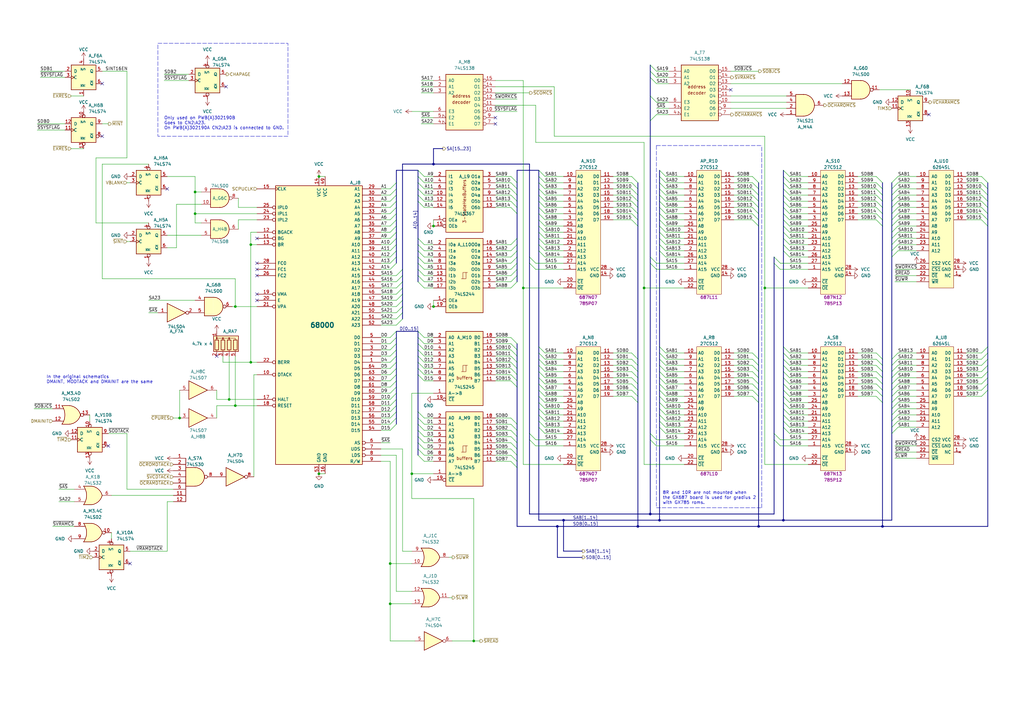
<source format=kicad_sch>
(kicad_sch (version 20231120) (generator "eeschema") (generator_version "8.0")
  (paper "A3")
  (title_block (title "Twin 16") (date "2024-09-08") (company "Konami GX687 / GX785") (comment 1 "Ulf Skutnabba, twitter: @skutis77"))
  (junction (at 231.14 213.36))
  (junction (at 130.81 72.39))
  (junction (at 228.6 215.9))
  (junction (at 93.98 163.83))
  (junction (at 80.01 78.74))
  (junction (at 177.8 92.71))
  (junction (at 194.31 262.89))
  (junction (at 102.87 148.59))
  (junction (at 160.02 231.14))
  (junction (at 361.95 215.9))
  (junction (at 321.31 213.36))
  (junction (at 270.51 213.36))
  (junction (at 130.81 194.31))
  (junction (at 214.63 118.11))
  (junction (at 80.01 87.63))
  (junction (at 177.8 67.31))
  (junction (at 73.66 171.45))
  (junction (at 177.8 125.73))
  (junction (at 261.62 215.9))
  (junction (at 313.69 118.11))
  (junction (at 266.7 210.82))
  (junction (at 311.15 215.9))
  (junction (at 168.91 194.31))
  (junction (at 96.52 125.73))
  (junction (at 96.52 166.37))
  (junction (at 160.02 247.65))
  (junction (at 264.16 118.11))
  (junction (at 102.87 100.33))
  (no_connect (at 88.9 146.05))
  (no_connect (at 105.41 107.95))
  (no_connect (at 105.41 110.49))
  (no_connect (at 105.41 113.03))
  (no_connect (at 105.41 120.65))
  (no_connect (at 105.41 123.19))
  (no_connect (at 105.41 97.79))
  (no_connect (at 381 46.99))
  (no_connect (at 53.34 231.14))
  (no_connect (at 92.71 35.56))
  (no_connect (at 203.2 48.26))
  (no_connect (at 203.2 50.8))
  (no_connect (at 68.58 77.47))
  (no_connect (at 44.45 182.88))
  (no_connect (at 41.91 55.88))
  (no_connect (at 299.72 36.83))
  (no_connect (at 41.91 34.29))
  (bus_entry (at 317.5 107.95) (size 2.54 2.54))
  (bus_entry (at 220.98 167.64) (size 2.54 2.54))
  (bus_entry (at 266.7 29.21) (size 2.54 2.54))
  (bus_entry (at 259.08 87.63) (size 2.54 2.54))
  (bus_entry (at 270.51 162.56) (size 2.54 2.54))
  (bus_entry (at 162.56 113.03) (size 2.54 -2.54))
  (bus_entry (at 212.09 87.63) (size -2.54 -2.54))
  (bus_entry (at 266.7 180.34) (size 2.54 2.54))
  (bus_entry (at 365.76 87.63) (size 2.54 -2.54))
  (bus_entry (at 220.98 157.48) (size 2.54 2.54))
  (bus_entry (at 220.98 80.01) (size 2.54 2.54))
  (bus_entry (at 209.55 184.15) (size 2.54 2.54))
  (bus_entry (at 217.17 177.8) (size 2.54 2.54))
  (bus_entry (at 321.31 162.56) (size 2.54 2.54))
  (bus_entry (at 259.08 72.39) (size 2.54 2.54))
  (bus_entry (at 209.55 100.33) (size 2.54 -2.54))
  (bus_entry (at 209.55 115.57) (size 2.54 -2.54))
  (bus_entry (at 270.51 92.71) (size 2.54 2.54))
  (bus_entry (at 212.09 85.09) (size -2.54 -2.54))
  (bus_entry (at 359.41 82.55) (size 2.54 2.54))
  (bus_entry (at 365.76 175.26) (size 2.54 -2.54))
  (bus_entry (at 173.99 156.21) (size -2.54 -2.54))
  (bus_entry (at 270.51 152.4) (size 2.54 2.54))
  (bus_entry (at 402.59 82.55) (size 2.54 2.54))
  (bus_entry (at 173.99 176.53) (size -2.54 -2.54))
  (bus_entry (at 402.59 160.02) (size 2.54 -2.54))
  (bus_entry (at 321.31 144.78) (size 2.54 2.54))
  (bus_entry (at 270.51 144.78) (size 2.54 2.54))
  (bus_entry (at 209.55 151.13) (size 2.54 2.54))
  (bus_entry (at 173.99 184.15) (size -2.54 -2.54))
  (bus_entry (at 217.17 105.41) (size 2.54 2.54))
  (bus_entry (at 365.76 170.18) (size 2.54 -2.54))
  (bus_entry (at 173.99 115.57) (size -2.54 -2.54))
  (bus_entry (at 359.41 157.48) (size 2.54 2.54))
  (bus_entry (at 259.08 147.32) (size 2.54 2.54))
  (bus_entry (at 270.51 154.94) (size 2.54 2.54))
  (bus_entry (at 162.56 128.27) (size 2.54 -2.54))
  (bus_entry (at 160.02 143.51) (size 2.54 -2.54))
  (bus_entry (at 209.55 153.67) (size 2.54 2.54))
  (bus_entry (at 212.09 77.47) (size -2.54 -2.54))
  (bus_entry (at 308.61 160.02) (size 2.54 2.54))
  (bus_entry (at 220.98 160.02) (size 2.54 2.54))
  (bus_entry (at 173.99 105.41) (size -2.54 -2.54))
  (bus_entry (at 220.98 175.26) (size 2.54 2.54))
  (bus_entry (at 365.76 162.56) (size 2.54 -2.54))
  (bus_entry (at 173.99 74.93) (size -2.54 -2.54))
  (bus_entry (at 220.98 82.55) (size 2.54 2.54))
  (bus_entry (at 173.99 85.09) (size -2.54 -2.54))
  (bus_entry (at 209.55 173.99) (size 2.54 2.54))
  (bus_entry (at 259.08 85.09) (size 2.54 2.54))
  (bus_entry (at 220.98 100.33) (size 2.54 2.54))
  (bus_entry (at 162.56 125.73) (size 2.54 -2.54))
  (bus_entry (at 402.59 162.56) (size 2.54 -2.54))
  (bus_entry (at 259.08 144.78) (size 2.54 2.54))
  (bus_entry (at 173.99 110.49) (size -2.54 -2.54))
  (bus_entry (at 209.55 105.41) (size 2.54 -2.54))
  (bus_entry (at 402.59 90.17) (size 2.54 2.54))
  (bus_entry (at 160.02 105.41) (size 2.54 -2.54))
  (bus_entry (at 359.41 90.17) (size 2.54 2.54))
  (bus_entry (at 308.61 74.93) (size 2.54 2.54))
  (bus_entry (at 365.76 92.71) (size 2.54 -2.54))
  (bus_entry (at 209.55 118.11) (size 2.54 -2.54))
  (bus_entry (at 321.31 90.17) (size 2.54 2.54))
  (bus_entry (at 270.51 87.63) (size 2.54 2.54))
  (bus_entry (at 402.59 87.63) (size 2.54 2.54))
  (bus_entry (at 209.55 156.21) (size 2.54 2.54))
  (bus_entry (at 321.31 167.64) (size 2.54 2.54))
  (bus_entry (at 321.31 172.72) (size 2.54 2.54))
  (bus_entry (at 212.09 82.55) (size -2.54 -2.54))
  (bus_entry (at 365.76 102.87) (size 2.54 -2.54))
  (bus_entry (at 270.51 100.33) (size 2.54 2.54))
  (bus_entry (at 220.98 172.72) (size 2.54 2.54))
  (bus_entry (at 365.76 149.86) (size 2.54 -2.54))
  (bus_entry (at 209.55 102.87) (size 2.54 -2.54))
  (bus_entry (at 365.76 160.02) (size 2.54 -2.54))
  (bus_entry (at 173.99 107.95) (size -2.54 -2.54))
  (bus_entry (at 402.59 152.4) (size 2.54 -2.54))
  (bus_entry (at 160.02 110.49) (size 2.54 -2.54))
  (bus_entry (at 359.41 72.39) (size 2.54 2.54))
  (bus_entry (at 220.98 87.63) (size 2.54 2.54))
  (bus_entry (at 162.56 133.35) (size 2.54 -2.54))
  (bus_entry (at 160.02 148.59) (size 2.54 -2.54))
  (bus_entry (at 270.51 172.72) (size 2.54 2.54))
  (bus_entry (at 321.31 142.24) (size 2.54 2.54))
  (bus_entry (at 365.76 172.72) (size 2.54 -2.54))
  (bus_entry (at 270.51 97.79) (size 2.54 2.54))
  (bus_entry (at 321.31 95.25) (size 2.54 2.54))
  (bus_entry (at 270.51 165.1) (size 2.54 2.54))
  (bus_entry (at 308.61 90.17) (size 2.54 2.54))
  (bus_entry (at 365.76 177.8) (size 2.54 -2.54))
  (bus_entry (at 160.02 146.05) (size 2.54 -2.54))
  (bus_entry (at 308.61 80.01) (size 2.54 2.54))
  (bus_entry (at 220.98 162.56) (size 2.54 2.54))
  (bus_entry (at 220.98 142.24) (size 2.54 2.54))
  (bus_entry (at 173.99 151.13) (size -2.54 -2.54))
  (bus_entry (at 266.7 107.95) (size 2.54 2.54))
  (bus_entry (at 270.51 85.09) (size 2.54 2.54))
  (bus_entry (at 160.02 82.55) (size 2.54 -2.54))
  (bus_entry (at 308.61 72.39) (size 2.54 2.54))
  (bus_entry (at 270.51 69.85) (size 2.54 2.54))
  (bus_entry (at 173.99 146.05) (size -2.54 -2.54))
  (bus_entry (at 402.59 85.09) (size 2.54 2.54))
  (bus_entry (at 402.59 149.86) (size 2.54 -2.54))
  (bus_entry (at 173.99 173.99) (size -2.54 -2.54))
  (bus_entry (at 173.99 77.47) (size -2.54 -2.54))
  (bus_entry (at 209.55 179.07) (size 2.54 2.54))
  (bus_entry (at 266.7 105.41) (size 2.54 2.54))
  (bus_entry (at 317.5 105.41) (size 2.54 2.54))
  (bus_entry (at 220.98 147.32) (size 2.54 2.54))
  (bus_entry (at 173.99 181.61) (size -2.54 -2.54))
  (bus_entry (at 160.02 95.25) (size 2.54 -2.54))
  (bus_entry (at 220.98 69.85) (size 2.54 2.54))
  (bus_entry (at 266.7 177.8) (size 2.54 2.54))
  (bus_entry (at 220.98 85.09) (size 2.54 2.54))
  (bus_entry (at 308.61 147.32) (size 2.54 2.54))
  (bus_entry (at 173.99 138.43) (size -2.54 -2.54))
  (bus_entry (at 220.98 97.79) (size 2.54 2.54))
  (bus_entry (at 365.76 154.94) (size 2.54 -2.54))
  (bus_entry (at 173.99 118.11) (size -2.54 -2.54))
  (bus_entry (at 160.02 153.67) (size 2.54 -2.54))
  (bus_entry (at 162.56 118.11) (size 2.54 -2.54))
  (bus_entry (at 321.31 82.55) (size 2.54 2.54))
  (bus_entry (at 308.61 157.48) (size 2.54 2.54))
  (bus_entry (at 359.41 144.78) (size 2.54 2.54))
  (bus_entry (at 220.98 74.93) (size 2.54 2.54))
  (bus_entry (at 160.02 176.53) (size 2.54 -2.54))
  (bus_entry (at 173.99 189.23) (size -2.54 -2.54))
  (bus_entry (at 160.02 100.33) (size 2.54 -2.54))
  (bus_entry (at 173.99 186.69) (size -2.54 -2.54))
  (bus_entry (at 160.02 80.01) (size 2.54 -2.54))
  (bus_entry (at 160.02 138.43) (size 2.54 -2.54))
  (bus_entry (at 259.08 77.47) (size 2.54 2.54))
  (bus_entry (at 160.02 173.99) (size 2.54 -2.54))
  (bus_entry (at 317.5 177.8) (size 2.54 2.54))
  (bus_entry (at 359.41 160.02) (size 2.54 2.54))
  (bus_entry (at 402.59 72.39) (size 2.54 2.54))
  (bus_entry (at 220.98 90.17) (size 2.54 2.54))
  (bus_entry (at 173.99 171.45) (size -2.54 -2.54))
  (bus_entry (at 217.17 180.34) (size 2.54 2.54))
  (bus_entry (at 259.08 90.17) (size 2.54 2.54))
  (bus_entry (at 209.55 181.61) (size 2.54 2.54))
  (bus_entry (at 359.41 77.47) (size 2.54 2.54))
  (bus_entry (at 321.31 80.01) (size 2.54 2.54))
  (bus_entry (at 160.02 87.63) (size 2.54 -2.54))
  (bus_entry (at 365.76 152.4) (size 2.54 -2.54))
  (bus_entry (at 359.41 149.86) (size 2.54 2.54))
  (bus_entry (at 321.31 74.93) (size 2.54 2.54))
  (bus_entry (at 259.08 74.93) (size 2.54 2.54))
  (bus_entry (at 321.31 160.02) (size 2.54 2.54))
  (bus_entry (at 365.76 100.33) (size 2.54 -2.54))
  (bus_entry (at 402.59 157.48) (size 2.54 -2.54))
  (bus_entry (at 321.31 97.79) (size 2.54 2.54))
  (bus_entry (at 270.51 74.93) (size 2.54 2.54))
  (bus_entry (at 220.98 102.87) (size 2.54 2.54))
  (bus_entry (at 220.98 92.71) (size 2.54 2.54))
  (bus_entry (at 270.51 160.02) (size 2.54 2.54))
  (bus_entry (at 162.56 123.19) (size 2.54 -2.54))
  (bus_entry (at 173.99 113.03) (size -2.54 -2.54))
  (bus_entry (at 220.98 154.94) (size 2.54 2.54))
  (bus_entry (at 266.7 31.75) (size 2.54 2.54))
  (bus_entry (at 365.76 85.09) (size 2.54 -2.54))
  (bus_entry (at 308.61 85.09) (size 2.54 2.54))
  (bus_entry (at 160.02 107.95) (size 2.54 -2.54))
  (bus_entry (at 209.55 110.49) (size 2.54 -2.54))
  (bus_entry (at 321.31 85.09) (size 2.54 2.54))
  (bus_entry (at 259.08 82.55) (size 2.54 2.54))
  (bus_entry (at 365.76 74.93) (size 2.54 -2.54))
  (bus_entry (at 160.02 77.47) (size 2.54 -2.54))
  (bus_entry (at 359.41 85.09) (size 2.54 2.54))
  (bus_entry (at 173.99 80.01) (size -2.54 -2.54))
  (bus_entry (at 317.5 180.34) (size 2.54 2.54))
  (bus_entry (at 365.76 165.1) (size 2.54 -2.54))
  (bus_entry (at 173.99 72.39) (size -2.54 -2.54))
  (bus_entry (at 173.99 82.55) (size -2.54 -2.54))
  (bus_entry (at 160.02 151.13) (size 2.54 -2.54))
  (bus_entry (at 173.99 179.07) (size -2.54 -2.54))
  (bus_entry (at 160.02 163.83) (size 2.54 -2.54))
  (bus_entry (at 321.31 154.94) (size 2.54 2.54))
  (bus_entry (at 365.76 77.47) (size 2.54 -2.54))
  (bus_entry (at 209.55 189.23) (size 2.54 2.54))
  (bus_entry (at 220.98 77.47) (size 2.54 2.54))
  (bus_entry (at 209.55 146.05) (size 2.54 2.54))
  (bus_entry (at 160.02 92.71) (size 2.54 -2.54))
  (bus_entry (at 359.41 154.94) (size 2.54 2.54))
  (bus_entry (at 321.31 72.39) (size 2.54 2.54))
  (bus_entry (at 270.51 175.26) (size 2.54 2.54))
  (bus_entry (at 160.02 97.79) (size 2.54 -2.54))
  (bus_entry (at 365.76 82.55) (size 2.54 -2.54))
  (bus_entry (at 209.55 171.45) (size 2.54 2.54))
  (bus_entry (at 259.08 80.01) (size 2.54 2.54))
  (bus_entry (at 259.08 152.4) (size 2.54 2.54))
  (bus_entry (at 266.7 39.37) (size 2.54 2.54))
  (bus_entry (at 220.98 144.78) (size 2.54 2.54))
  (bus_entry (at 173.99 102.87) (size -2.54 -2.54))
  (bus_entry (at 160.02 166.37) (size 2.54 -2.54))
  (bus_entry (at 160.02 168.91) (size 2.54 -2.54))
  (bus_entry (at 209.55 138.43) (size 2.54 2.54))
  (bus_entry (at 321.31 152.4) (size 2.54 2.54))
  (bus_entry (at 359.41 80.01) (size 2.54 2.54))
  (bus_entry (at 321.31 92.71) (size 2.54 2.54))
  (bus_entry (at 160.02 90.17) (size 2.54 -2.54))
  (bus_entry (at 270.51 157.48) (size 2.54 2.54))
  (bus_entry (at 402.59 74.93) (size 2.54 2.54))
  (bus_entry (at 259.08 160.02) (size 2.54 2.54))
  (bus_entry (at 209.55 113.03) (size 2.54 -2.54))
  (bus_entry (at 160.02 102.87) (size 2.54 -2.54))
  (bus_entry (at 212.09 74.93) (size -2.54 -2.54))
  (bus_entry (at 402.59 77.47) (size 2.54 2.54))
  (bus_entry (at 321.31 175.26) (size 2.54 2.54))
  (bus_entry (at 308.61 154.94) (size 2.54 2.54))
  (bus_entry (at 173.99 153.67) (size -2.54 -2.54))
  (bus_entry (at 321.31 87.63) (size 2.54 2.54))
  (bus_entry (at 259.08 162.56) (size 2.54 2.54))
  (bus_entry (at 173.99 100.33) (size -2.54 -2.54))
  (bus_entry (at 402.59 154.94) (size 2.54 -2.54))
  (bus_entry (at 270.51 90.17) (size 2.54 2.54))
  (bus_entry (at 160.02 140.97) (size 2.54 -2.54))
  (bus_entry (at 359.41 147.32) (size 2.54 2.54))
  (bus_entry (at 160.02 158.75) (size 2.54 -2.54))
  (bus_entry (at 220.98 165.1) (size 2.54 2.54))
  (bus_entry (at 308.61 162.56) (size 2.54 2.54))
  (bus_entry (at 365.76 90.17) (size 2.54 -2.54))
  (bus_entry (at 266.7 49.53) (size 2.54 -2.54))
  (bus_entry (at 270.51 77.47) (size 2.54 2.54))
  (bus_entry (at 162.56 130.81) (size 2.54 -2.54))
  (bus_entry (at 402.59 147.32) (size 2.54 -2.54))
  (bus_entry (at 270.51 72.39) (size 2.54 2.54))
  (bus_entry (at 359.41 74.93) (size 2.54 2.54))
  (bus_entry (at 321.31 102.87) (size 2.54 2.54))
  (bus_entry (at 365.76 167.64) (size 2.54 -2.54))
  (bus_entry (at 270.51 170.18) (size 2.54 2.54))
  (bus_entry (at 160.02 85.09) (size 2.54 -2.54))
  (bus_entry (at 365.76 97.79) (size 2.54 -2.54))
  (bus_entry (at 259.08 154.94) (size 2.54 2.54))
  (bus_entry (at 308.61 77.47) (size 2.54 2.54))
  (bus_entry (at 220.98 149.86) (size 2.54 2.54))
  (bus_entry (at 173.99 143.51) (size -2.54 -2.54))
  (bus_entry (at 308.61 149.86) (size 2.54 2.54))
  (bus_entry (at 209.55 143.51) (size 2.54 2.54))
  (bus_entry (at 220.98 170.18) (size 2.54 2.54))
  (bus_entry (at 220.98 72.39) (size 2.54 2.54))
  (bus_entry (at 209.55 148.59) (size 2.54 2.54))
  (bus_entry (at 359.41 87.63) (size 2.54 2.54))
  (bus_entry (at 270.51 147.32) (size 2.54 2.54))
  (bus_entry (at 270.51 95.25) (size 2.54 2.54))
  (bus_entry (at 321.31 157.48) (size 2.54 2.54))
  (bus_entry (at 402.59 80.01) (size 2.54 2.54))
  (bus_entry (at 321.31 100.33) (size 2.54 2.54))
  (bus_entry (at 270.51 80.01) (size 2.54 2.54))
  (bus_entry (at 173.99 140.97) (size -2.54 -2.54))
  (bus_entry (at 359.41 152.4) (size 2.54 2.54))
  (bus_entry (at 259.08 157.48) (size 2.54 2.54))
  (bus_entry (at 266.7 26.67) (size 2.54 2.54))
  (bus_entry (at 209.55 140.97) (size 2.54 2.54))
  (bus_entry (at 365.76 80.01) (size 2.54 -2.54))
  (bus_entry (at 359.41 162.56) (size 2.54 2.54))
  (bus_entry (at 270.51 82.55) (size 2.54 2.54))
  (bus_entry (at 270.51 142.24) (size 2.54 2.54))
  (bus_entry (at 321.31 69.85) (size 2.54 2.54))
  (bus_entry (at 308.61 144.78) (size 2.54 2.54))
  (bus_entry (at 217.17 107.95) (size 2.54 2.54))
  (bus_entry (at 308.61 87.63) (size 2.54 2.54))
  (bus_entry (at 209.55 176.53) (size 2.54 2.54))
  (bus_entry (at 365.76 105.41) (size 2.54 -2.54))
  (bus_entry (at 160.02 156.21) (size 2.54 -2.54))
  (bus_entry (at 162.56 120.65) (size 2.54 -2.54))
  (bus_entry (at 321.31 165.1) (size 2.54 2.54))
  (bus_entry (at 270.51 102.87) (size 2.54 2.54))
  (bus_entry (at 160.02 171.45) (size 2.54 -2.54))
  (bus_entry (at 321.31 149.86) (size 2.54 2.54))
  (bus_entry (at 212.09 80.01) (size -2.54 -2.54))
  (bus_entry (at 308.61 82.55) (size 2.54 2.54))
  (bus_entry (at 173.99 148.59) (size -2.54 -2.54))
  (bus_entry (at 209.55 107.95) (size 2.54 -2.54))
  (bus_entry (at 220.98 152.4) (size 2.54 2.54))
  (bus_entry (at 162.56 115.57) (size 2.54 -2.54))
  (bus_entry (at 209.55 186.69) (size 2.54 2.54))
  (bus_entry (at 365.76 95.25) (size 2.54 -2.54))
  (bus_entry (at 365.76 147.32) (size 2.54 -2.54))
  (bus_entry (at 321.31 77.47) (size 2.54 2.54))
  (bus_entry (at 220.98 95.25) (size 2.54 2.54))
  (bus_entry (at 308.61 152.4) (size 2.54 2.54))
  (bus_entry (at 270.51 167.64) (size 2.54 2.54))
  (bus_entry (at 321.31 147.32) (size 2.54 2.54))
  (bus_entry (at 259.08 149.86) (size 2.54 2.54))
  (bus_entry (at 321.31 170.18) (size 2.54 2.54))
  (bus_entry (at 402.59 144.78) (size 2.54 -2.54))
  (bus_entry (at 270.51 149.86) (size 2.54 2.54))
  (bus_entry (at 365.76 157.48) (size 2.54 -2.54))
  (bus_entry (at 160.02 161.29) (size 2.54 -2.54))
  (wire (pts (xy 203.2 146.05) (xy 209.55 146.05)))
  (wire (pts (xy 203.2 143.51) (xy 209.55 143.51)))
  (wire (pts (xy 177.8 77.47) (xy 173.99 77.47)))
  (wire (pts (xy 219.71 43.18) (xy 203.2 43.18)))
  (wire (pts (xy 156.21 181.61) (xy 160.02 181.61)))
  (wire (pts (xy 351.79 147.32) (xy 359.41 147.32)))
  (wire (pts (xy 219.71 110.49) (xy 231.14 110.49)))
  (bus (pts (xy 261.62 90.17) (xy 261.62 92.71)))
  (wire (pts (xy 320.04 182.88) (xy 331.47 182.88)))
  (wire (pts (xy 156.21 110.49) (xy 160.02 110.49)))
  (wire (pts (xy 203.2 80.01) (xy 209.55 80.01)))
  (wire (pts (xy 168.91 45.72) (xy 177.8 45.72)))
  (wire (pts (xy 323.85 165.1) (xy 331.47 165.1)))
  (bus (pts (xy 162.56 158.75) (xy 162.56 161.29)))
  (bus (pts (xy 321.31 102.87) (xy 321.31 100.33)))
  (wire (pts (xy 203.2 189.23) (xy 209.55 189.23)))
  (wire (pts (xy 156.21 128.27) (xy 162.56 128.27)))
  (bus (pts (xy 311.15 77.47) (xy 311.15 80.01)))
  (bus (pts (xy 405.13 142.24) (xy 405.13 144.78)))
  (bus (pts (xy 361.95 215.9) (xy 405.13 215.9)))
  (wire (pts (xy 162.56 186.69) (xy 162.56 242.57)))
  (wire (pts (xy 351.79 162.56) (xy 359.41 162.56)))
  (wire (pts (xy 96.52 125.73) (xy 96.52 114.3)))
  (wire (pts (xy 396.24 160.02) (xy 402.59 160.02)))
  (wire (pts (xy 91.44 148.59) (xy 102.87 148.59)))
  (bus (pts (xy 220.98 149.86) (xy 220.98 152.4)))
  (wire (pts (xy 273.05 175.26) (xy 280.67 175.26)))
  (bus (pts (xy 165.1 113.03) (xy 165.1 115.57)))
  (bus (pts (xy 171.45 146.05) (xy 171.45 143.51)))
  (bus (pts (xy 365.76 95.25) (xy 365.76 97.79)))
  (wire (pts (xy 396.24 74.93) (xy 402.59 74.93)))
  (wire (pts (xy 177.8 171.45) (xy 173.99 171.45)))
  (bus (pts (xy 220.98 72.39) (xy 220.98 74.93)))
  (wire (pts (xy 156.21 100.33) (xy 160.02 100.33)))
  (wire (pts (xy 96.52 166.37) (xy 105.41 166.37)))
  (wire (pts (xy 39.37 91.44) (xy 60.96 91.44)))
  (wire (pts (xy 203.2 179.07) (xy 209.55 179.07)))
  (wire (pts (xy 313.69 55.88) (xy 227.33 55.88)))
  (wire (pts (xy 80.01 87.63) (xy 105.41 87.63)))
  (wire (pts (xy 223.52 82.55) (xy 231.14 82.55)))
  (bus (pts (xy 311.15 165.1) (xy 311.15 215.9)))
  (bus (pts (xy 220.98 97.79) (xy 220.98 95.25)))
  (wire (pts (xy 203.2 140.97) (xy 209.55 140.97)))
  (bus (pts (xy 361.95 165.1) (xy 361.95 215.9)))
  (wire (pts (xy 269.24 31.75) (xy 274.32 31.75)))
  (bus (pts (xy 212.09 102.87) (xy 212.09 100.33)))
  (wire (pts (xy 156.21 153.67) (xy 160.02 153.67)))
  (wire (pts (xy 223.52 74.93) (xy 231.14 74.93)))
  (bus (pts (xy 220.98 74.93) (xy 220.98 77.47)))
  (bus (pts (xy 270.51 142.24) (xy 270.51 144.78)))
  (wire (pts (xy 203.2 118.11) (xy 209.55 118.11)))
  (wire (pts (xy 368.3 154.94) (xy 375.92 154.94)))
  (bus (pts (xy 270.51 95.25) (xy 270.51 92.71)))
  (wire (pts (xy 172.72 48.26) (xy 177.8 48.26)))
  (bus (pts (xy 270.51 97.79) (xy 270.51 95.25)))
  (wire (pts (xy 93.98 163.83) (xy 88.9 163.83)))
  (wire (pts (xy 16.51 29.21) (xy 26.67 29.21)))
  (polyline (pts (xy 269.24 208.28) (xy 312.42 208.28)) (stroke (width 0) (type dash)))
  (wire (pts (xy 102.87 95.25) (xy 102.87 100.33)))
  (bus (pts (xy 321.31 154.94) (xy 321.31 152.4)))
  (wire (pts (xy 269.24 44.45) (xy 274.32 44.45)))
  (wire (pts (xy 273.05 77.47) (xy 280.67 77.47)))
  (bus (pts (xy 162.56 171.45) (xy 162.56 173.99)))
  (bus (pts (xy 361.95 85.09) (xy 361.95 87.63)))
  (wire (pts (xy 130.81 194.31) (xy 133.35 194.31)))
  (wire (pts (xy 39.37 64.77) (xy 39.37 91.44)))
  (bus (pts (xy 405.13 149.86) (xy 405.13 152.4)))
  (wire (pts (xy 16.51 31.75) (xy 26.67 31.75)))
  (bus (pts (xy 261.62 87.63) (xy 261.62 90.17)))
  (wire (pts (xy 351.79 74.93) (xy 359.41 74.93)))
  (wire (pts (xy 227.33 35.56) (xy 203.2 35.56)))
  (wire (pts (xy 203.2 45.72) (xy 212.09 45.72)))
  (wire (pts (xy 156.21 90.17) (xy 160.02 90.17)))
  (wire (pts (xy 105.41 90.17) (xy 97.79 90.17)))
  (bus (pts (xy 270.51 152.4) (xy 270.51 154.94)))
  (bus (pts (xy 162.56 107.95) (xy 162.56 105.41)))
  (wire (pts (xy 203.2 171.45) (xy 209.55 171.45)))
  (bus (pts (xy 162.56 77.47) (xy 162.56 74.93)))
  (bus (pts (xy 181.61 60.96) (xy 177.8 60.96)))
  (wire (pts (xy 29.21 39.37) (xy 34.29 39.37)))
  (bus (pts (xy 171.45 176.53) (xy 171.45 173.99)))
  (wire (pts (xy 273.05 165.1) (xy 280.67 165.1)))
  (wire (pts (xy 273.05 105.41) (xy 280.67 105.41)))
  (bus (pts (xy 171.45 74.93) (xy 171.45 77.47)))
  (wire (pts (xy 73.66 160.02) (xy 73.66 171.45)))
  (wire (pts (xy 300.99 157.48) (xy 308.61 157.48)))
  (bus (pts (xy 361.95 147.32) (xy 361.95 149.86)))
  (wire (pts (xy 351.79 157.48) (xy 359.41 157.48)))
  (bus (pts (xy 405.13 90.17) (xy 405.13 92.71)))
  (wire (pts (xy 80.01 72.39) (xy 80.01 78.74)))
  (wire (pts (xy 351.79 72.39) (xy 359.41 72.39)))
  (bus (pts (xy 212.09 156.21) (xy 212.09 158.75)))
  (bus (pts (xy 212.09 140.97) (xy 212.09 143.51)))
  (bus (pts (xy 270.51 175.26) (xy 270.51 172.72)))
  (bus (pts (xy 217.17 105.41) (xy 217.17 107.95)))
  (wire (pts (xy 52.07 74.93) (xy 53.34 74.93)))
  (bus (pts (xy 162.56 90.17) (xy 162.56 87.63)))
  (bus (pts (xy 212.09 181.61) (xy 212.09 184.15)))
  (wire (pts (xy 156.21 92.71) (xy 160.02 92.71)))
  (wire (pts (xy 323.85 154.94) (xy 331.47 154.94)))
  (bus (pts (xy 261.62 154.94) (xy 261.62 157.48)))
  (wire (pts (xy 368.3 100.33) (xy 375.92 100.33)))
  (wire (pts (xy 269.24 29.21) (xy 274.32 29.21)))
  (wire (pts (xy 60.96 123.19) (xy 80.01 123.19)))
  (bus (pts (xy 311.15 215.9) (xy 361.95 215.9)))
  (bus (pts (xy 165.1 110.49) (xy 165.1 113.03)))
  (bus (pts (xy 321.31 100.33) (xy 321.31 97.79)))
  (bus (pts (xy 321.31 157.48) (xy 321.31 154.94)))
  (wire (pts (xy 300.99 82.55) (xy 308.61 82.55)))
  (wire (pts (xy 156.21 189.23) (xy 160.02 189.23)))
  (wire (pts (xy 396.24 80.01) (xy 402.59 80.01)))
  (polyline (pts (xy 269.24 59.69) (xy 269.24 208.28)) (stroke (width 0) (type dash)))
  (bus (pts (xy 321.31 160.02) (xy 321.31 157.48)))
  (bus (pts (xy 321.31 82.55) (xy 321.31 80.01)))
  (bus (pts (xy 270.51 69.85) (xy 270.51 72.39)))
  (wire (pts (xy 156.21 168.91) (xy 160.02 168.91)))
  (wire (pts (xy 251.46 149.86) (xy 259.08 149.86)))
  (wire (pts (xy 273.05 95.25) (xy 280.67 95.25)))
  (wire (pts (xy 351.79 77.47) (xy 359.41 77.47)))
  (wire (pts (xy 368.3 82.55) (xy 375.92 82.55)))
  (bus (pts (xy 270.51 147.32) (xy 270.51 149.86)))
  (wire (pts (xy 269.24 46.99) (xy 274.32 46.99)))
  (bus (pts (xy 171.45 138.43) (xy 171.45 135.89)))
  (wire (pts (xy 368.3 162.56) (xy 375.92 162.56)))
  (bus (pts (xy 212.09 143.51) (xy 212.09 146.05)))
  (wire (pts (xy 219.71 58.42) (xy 219.71 43.18)))
  (wire (pts (xy 264.16 58.42) (xy 219.71 58.42)))
  (bus (pts (xy 212.09 113.03) (xy 212.09 110.49)))
  (bus (pts (xy 321.31 170.18) (xy 321.31 167.64)))
  (bus (pts (xy 162.56 156.21) (xy 162.56 158.75)))
  (bus (pts (xy 311.15 85.09) (xy 311.15 87.63)))
  (wire (pts (xy 323.85 167.64) (xy 331.47 167.64)))
  (wire (pts (xy 373.38 36.83) (xy 360.68 36.83)))
  (wire (pts (xy 156.21 77.47) (xy 160.02 77.47)))
  (wire (pts (xy 177.8 100.33) (xy 173.99 100.33)))
  (wire (pts (xy 251.46 80.01) (xy 259.08 80.01)))
  (wire (pts (xy 91.44 146.05) (xy 91.44 148.59)))
  (wire (pts (xy 251.46 82.55) (xy 259.08 82.55)))
  (wire (pts (xy 80.01 78.74) (xy 82.55 78.74)))
  (wire (pts (xy 323.85 162.56) (xy 331.47 162.56)))
  (wire (pts (xy 323.85 147.32) (xy 331.47 147.32)))
  (bus (pts (xy 321.31 72.39) (xy 321.31 74.93)))
  (wire (pts (xy 396.24 144.78) (xy 402.59 144.78)))
  (bus (pts (xy 231.14 226.06) (xy 231.14 213.36)))
  (bus (pts (xy 405.13 160.02) (xy 405.13 215.9)))
  (bus (pts (xy 171.45 77.47) (xy 171.45 80.01)))
  (wire (pts (xy 368.3 165.1) (xy 375.92 165.1)))
  (bus (pts (xy 321.31 165.1) (xy 321.31 162.56)))
  (wire (pts (xy 203.2 33.02) (xy 214.63 33.02)))
  (wire (pts (xy 273.05 160.02) (xy 280.67 160.02)))
  (wire (pts (xy 313.69 55.88) (xy 313.69 118.11)))
  (wire (pts (xy 214.63 33.02) (xy 214.63 118.11)))
  (wire (pts (xy 177.8 153.67) (xy 173.99 153.67)))
  (bus (pts (xy 270.51 87.63) (xy 270.51 85.09)))
  (wire (pts (xy 273.05 72.39) (xy 280.67 72.39)))
  (wire (pts (xy 105.41 153.67) (xy 104.14 153.67)))
  (wire (pts (xy 41.91 29.21) (xy 52.07 29.21)))
  (wire (pts (xy 52.07 64.77) (xy 39.37 64.77)))
  (wire (pts (xy 223.52 152.4) (xy 231.14 152.4)))
  (bus (pts (xy 365.76 85.09) (xy 365.76 87.63)))
  (wire (pts (xy 156.21 87.63) (xy 160.02 87.63)))
  (wire (pts (xy 80.01 87.63) (xy 80.01 78.74)))
  (bus (pts (xy 171.45 102.87) (xy 171.45 105.41)))
  (wire (pts (xy 323.85 100.33) (xy 331.47 100.33)))
  (bus (pts (xy 220.98 69.85) (xy 220.98 72.39)))
  (wire (pts (xy 273.05 80.01) (xy 280.67 80.01)))
  (wire (pts (xy 367.03 110.49) (xy 375.92 110.49)))
  (wire (pts (xy 88.9 171.45) (xy 88.9 166.37)))
  (bus (pts (xy 220.98 162.56) (xy 220.98 160.02)))
  (wire (pts (xy 320.04 107.95) (xy 331.47 107.95)))
  (bus (pts (xy 317.5 180.34) (xy 317.5 210.82)))
  (bus (pts (xy 321.31 144.78) (xy 321.31 147.32)))
  (bus (pts (xy 228.6 215.9) (xy 261.62 215.9)))
  (wire (pts (xy 72.39 101.6) (xy 72.39 83.82)))
  (bus (pts (xy 365.76 175.26) (xy 365.76 177.8)))
  (wire (pts (xy 177.8 176.53) (xy 173.99 176.53)))
  (wire (pts (xy 368.3 80.01) (xy 375.92 80.01)))
  (wire (pts (xy 177.8 146.05) (xy 173.99 146.05)))
  (wire (pts (xy 156.21 163.83) (xy 160.02 163.83)))
  (wire (pts (xy 223.52 157.48) (xy 231.14 157.48)))
  (bus (pts (xy 405.13 87.63) (xy 405.13 90.17)))
  (wire (pts (xy 102.87 100.33) (xy 102.87 148.59)))
  (wire (pts (xy 273.05 90.17) (xy 280.67 90.17)))
  (bus (pts (xy 165.1 125.73) (xy 165.1 128.27)))
  (bus (pts (xy 162.56 151.13) (xy 162.56 153.67)))
  (bus (pts (xy 261.62 92.71) (xy 261.62 147.32)))
  (bus (pts (xy 171.45 69.85) (xy 171.45 72.39)))
  (bus (pts (xy 261.62 77.47) (xy 261.62 80.01)))
  (bus (pts (xy 212.09 184.15) (xy 212.09 186.69)))
  (wire (pts (xy 156.21 140.97) (xy 160.02 140.97)))
  (bus (pts (xy 162.56 92.71) (xy 162.56 90.17)))
  (bus (pts (xy 162.56 163.83) (xy 162.56 166.37)))
  (wire (pts (xy 368.3 167.64) (xy 375.92 167.64)))
  (wire (pts (xy 168.91 161.29) (xy 168.91 194.31)))
  (bus (pts (xy 311.15 149.86) (xy 311.15 152.4)))
  (wire (pts (xy 223.52 77.47) (xy 231.14 77.47)))
  (bus (pts (xy 311.15 82.55) (xy 311.15 85.09)))
  (wire (pts (xy 273.05 162.56) (xy 280.67 162.56)))
  (wire (pts (xy 320.04 180.34) (xy 331.47 180.34)))
  (wire (pts (xy 177.8 179.07) (xy 173.99 179.07)))
  (wire (pts (xy 44.45 177.8) (xy 52.07 177.8)))
  (wire (pts (xy 160.02 247.65) (xy 168.91 247.65)))
  (wire (pts (xy 323.85 74.93) (xy 331.47 74.93)))
  (wire (pts (xy 223.52 177.8) (xy 231.14 177.8)))
  (wire (pts (xy 29.21 60.96) (xy 34.29 60.96)))
  (bus (pts (xy 317.5 107.95) (xy 317.5 177.8)))
  (bus (pts (xy 321.31 95.25) (xy 321.31 97.79)))
  (wire (pts (xy 68.58 101.6) (xy 72.39 101.6)))
  (bus (pts (xy 171.45 82.55) (xy 171.45 97.79)))
  (wire (pts (xy 396.24 72.39) (xy 402.59 72.39)))
  (wire (pts (xy 264.16 118.11) (xy 264.16 190.5)))
  (wire (pts (xy 396.24 77.47) (xy 402.59 77.47)))
  (wire (pts (xy 223.52 95.25) (xy 231.14 95.25)))
  (wire (pts (xy 273.05 152.4) (xy 280.67 152.4)))
  (wire (pts (xy 156.21 148.59) (xy 160.02 148.59)))
  (bus (pts (xy 405.13 154.94) (xy 405.13 157.48)))
  (bus (pts (xy 171.45 140.97) (xy 171.45 138.43)))
  (bus (pts (xy 365.76 149.86) (xy 365.76 152.4)))
  (wire (pts (xy 156.21 151.13) (xy 160.02 151.13)))
  (bus (pts (xy 212.09 97.79) (xy 212.09 87.63)))
  (bus (pts (xy 361.95 77.47) (xy 361.95 80.01)))
  (wire (pts (xy 156.21 166.37) (xy 160.02 166.37)))
  (wire (pts (xy 156.21 156.21) (xy 160.02 156.21)))
  (bus (pts (xy 321.31 95.25) (xy 321.31 92.71)))
  (bus (pts (xy 405.13 157.48) (xy 405.13 160.02)))
  (bus (pts (xy 212.09 100.33) (xy 212.09 97.79)))
  (wire (pts (xy 273.05 177.8) (xy 280.67 177.8)))
  (wire (pts (xy 203.2 156.21) (xy 209.55 156.21)))
  (bus (pts (xy 266.7 39.37) (xy 266.7 49.53)))
  (polyline (pts (xy 312.42 208.28) (xy 312.42 59.69)) (stroke (width 0) (type dash)))
  (wire (pts (xy 368.3 72.39) (xy 375.92 72.39)))
  (bus (pts (xy 220.98 144.78) (xy 220.98 147.32)))
  (bus (pts (xy 220.98 160.02) (xy 220.98 157.48)))
  (bus (pts (xy 212.09 191.77) (xy 212.09 215.9)))
  (wire (pts (xy 264.16 58.42) (xy 264.16 118.11)))
  (wire (pts (xy 160.02 262.89) (xy 160.02 247.65)))
  (wire (pts (xy 396.24 152.4) (xy 402.59 152.4)))
  (wire (pts (xy 368.3 149.86) (xy 375.92 149.86)))
  (wire (pts (xy 156.21 95.25) (xy 160.02 95.25)))
  (bus (pts (xy 220.98 90.17) (xy 220.98 87.63)))
  (bus (pts (xy 212.09 186.69) (xy 212.09 189.23)))
  (bus (pts (xy 270.51 74.93) (xy 270.51 77.47)))
  (wire (pts (xy 323.85 82.55) (xy 331.47 82.55)))
  (bus (pts (xy 171.45 171.45) (xy 171.45 168.91)))
  (wire (pts (xy 156.21 138.43) (xy 160.02 138.43)))
  (bus (pts (xy 162.56 148.59) (xy 162.56 151.13)))
  (bus (pts (xy 212.09 85.09) (xy 212.09 82.55)))
  (bus (pts (xy 220.98 175.26) (xy 220.98 213.36)))
  (bus (pts (xy 165.1 115.57) (xy 165.1 118.11)))
  (bus (pts (xy 162.56 140.97) (xy 162.56 143.51)))
  (wire (pts (xy 52.07 177.8) (xy 52.07 200.66)))
  (bus (pts (xy 321.31 147.32) (xy 321.31 149.86)))
  (bus (pts (xy 405.13 144.78) (xy 405.13 147.32)))
  (wire (pts (xy 251.46 152.4) (xy 259.08 152.4)))
  (wire (pts (xy 177.8 140.97) (xy 173.99 140.97)))
  (wire (pts (xy 313.69 118.11) (xy 313.69 190.5)))
  (wire (pts (xy 368.3 90.17) (xy 375.92 90.17)))
  (wire (pts (xy 273.05 144.78) (xy 280.67 144.78)))
  (bus (pts (xy 361.95 160.02) (xy 361.95 162.56)))
  (wire (pts (xy 299.72 41.91) (xy 322.58 41.91)))
  (wire (pts (xy 273.05 147.32) (xy 280.67 147.32)))
  (bus (pts (xy 212.09 179.07) (xy 212.09 181.61)))
  (wire (pts (xy 223.52 165.1) (xy 231.14 165.1)))
  (wire (pts (xy 68.58 205.74) (xy 71.12 205.74)))
  (bus (pts (xy 220.98 87.63) (xy 220.98 85.09)))
  (wire (pts (xy 130.81 72.39) (xy 133.35 72.39)))
  (bus (pts (xy 361.95 162.56) (xy 361.95 165.1)))
  (wire (pts (xy 251.46 77.47) (xy 259.08 77.47)))
  (bus (pts (xy 162.56 138.43) (xy 162.56 140.97)))
  (wire (pts (xy 177.8 102.87) (xy 173.99 102.87)))
  (bus (pts (xy 321.31 85.09) (xy 321.31 82.55)))
  (wire (pts (xy 351.79 85.09) (xy 359.41 85.09)))
  (bus (pts (xy 321.31 102.87) (xy 321.31 142.24)))
  (wire (pts (xy 41.91 67.31) (xy 60.96 67.31)))
  (bus (pts (xy 162.56 85.09) (xy 162.56 82.55)))
  (wire (pts (xy 323.85 87.63) (xy 331.47 87.63)))
  (bus (pts (xy 212.09 82.55) (xy 212.09 80.01)))
  (wire (pts (xy 273.05 167.64) (xy 280.67 167.64)))
  (bus (pts (xy 321.31 90.17) (xy 321.31 87.63)))
  (bus (pts (xy 162.56 97.79) (xy 162.56 95.25)))
  (bus (pts (xy 171.45 153.67) (xy 171.45 151.13)))
  (bus (pts (xy 212.09 158.75) (xy 212.09 173.99)))
  (wire (pts (xy 299.72 44.45) (xy 322.58 44.45)))
  (bus (pts (xy 220.98 213.36) (xy 231.14 213.36)))
  (wire (pts (xy 251.46 87.63) (xy 259.08 87.63)))
  (wire (pts (xy 214.63 190.5) (xy 231.14 190.5)))
  (wire (pts (xy 165.1 226.06) (xy 168.91 226.06)))
  (wire (pts (xy 203.2 184.15) (xy 209.55 184.15)))
  (wire (pts (xy 396.24 87.63) (xy 402.59 87.63)))
  (wire (pts (xy 299.72 39.37) (xy 322.58 39.37)))
  (wire (pts (xy 185.42 228.6) (xy 184.15 228.6)))
  (bus (pts (xy 212.09 87.63) (xy 212.09 85.09)))
  (bus (pts (xy 311.15 154.94) (xy 311.15 157.48)))
  (wire (pts (xy 396.24 154.94) (xy 402.59 154.94)))
  (wire (pts (xy 203.2 74.93) (xy 209.55 74.93)))
  (bus (pts (xy 165.1 67.31) (xy 165.1 110.49)))
  (bus (pts (xy 261.62 80.01) (xy 261.62 82.55)))
  (bus (pts (xy 361.95 80.01) (xy 361.95 82.55)))
  (bus (pts (xy 162.56 105.41) (xy 162.56 102.87)))
  (wire (pts (xy 269.24 107.95) (xy 280.67 107.95)))
  (bus (pts (xy 321.31 77.47) (xy 321.31 80.01)))
  (bus (pts (xy 321.31 74.93) (xy 321.31 77.47)))
  (wire (pts (xy 156.21 171.45) (xy 160.02 171.45)))
  (wire (pts (xy 105.41 95.25) (xy 102.87 95.25)))
  (bus (pts (xy 270.51 160.02) (xy 270.51 162.56)))
  (bus (pts (xy 165.1 128.27) (xy 165.1 130.81)))
  (wire (pts (xy 203.2 105.41) (xy 209.55 105.41)))
  (bus (pts (xy 311.15 157.48) (xy 311.15 160.02)))
  (bus (pts (xy 365.76 157.48) (xy 365.76 160.02)))
  (wire (pts (xy 300.99 80.01) (xy 308.61 80.01)))
  (wire (pts (xy 97.79 85.09) (xy 105.41 85.09)))
  (bus (pts (xy 212.09 107.95) (xy 212.09 105.41)))
  (wire (pts (xy 323.85 85.09) (xy 331.47 85.09)))
  (bus (pts (xy 162.56 102.87) (xy 162.56 100.33)))
  (wire (pts (xy 351.79 144.78) (xy 359.41 144.78)))
  (wire (pts (xy 60.96 128.27) (xy 64.77 128.27)))
  (wire (pts (xy 273.05 74.93) (xy 280.67 74.93)))
  (wire (pts (xy 71.12 171.45) (xy 73.66 171.45)))
  (bus (pts (xy 270.51 90.17) (xy 270.51 87.63)))
  (wire (pts (xy 223.52 167.64) (xy 231.14 167.64)))
  (wire (pts (xy 203.2 173.99) (xy 209.55 173.99)))
  (bus (pts (xy 162.56 100.33) (xy 162.56 97.79)))
  (wire (pts (xy 96.52 146.05) (xy 96.52 166.37)))
  (wire (pts (xy 251.46 144.78) (xy 259.08 144.78)))
  (wire (pts (xy 102.87 148.59) (xy 105.41 148.59)))
  (wire (pts (xy 172.72 50.8) (xy 177.8 50.8)))
  (bus (pts (xy 162.56 74.93) (xy 162.56 69.85)))
  (bus (pts (xy 261.62 147.32) (xy 261.62 149.86)))
  (bus (pts (xy 270.51 149.86) (xy 270.51 152.4)))
  (bus (pts (xy 220.98 172.72) (xy 220.98 170.18)))
  (wire (pts (xy 300.99 72.39) (xy 308.61 72.39)))
  (wire (pts (xy 82.55 91.44) (xy 80.01 91.44)))
  (bus (pts (xy 365.76 147.32) (xy 365.76 149.86)))
  (wire (pts (xy 177.8 90.17) (xy 177.8 92.71)))
  (wire (pts (xy 177.8 115.57) (xy 173.99 115.57)))
  (wire (pts (xy 88.9 166.37) (xy 96.52 166.37)))
  (wire (pts (xy 396.24 149.86) (xy 402.59 149.86)))
  (wire (pts (xy 165.1 184.15) (xy 165.1 226.06)))
  (bus (pts (xy 220.98 167.64) (xy 220.98 165.1)))
  (bus (pts (xy 266.7 180.34) (xy 266.7 210.82)))
  (bus (pts (xy 365.76 170.18) (xy 365.76 172.72)))
  (wire (pts (xy 177.8 80.01) (xy 173.99 80.01)))
  (wire (pts (xy 396.24 157.48) (xy 402.59 157.48)))
  (bus (pts (xy 365.76 167.64) (xy 365.76 170.18)))
  (wire (pts (xy 251.46 74.93) (xy 259.08 74.93)))
  (wire (pts (xy 320.04 110.49) (xy 331.47 110.49)))
  (wire (pts (xy 203.2 107.95) (xy 209.55 107.95)))
  (wire (pts (xy 156.21 80.01) (xy 160.02 80.01)))
  (wire (pts (xy 223.52 170.18) (xy 231.14 170.18)))
  (wire (pts (xy 93.98 146.05) (xy 93.98 163.83)))
  (wire (pts (xy 97.79 81.28) (xy 97.79 85.09)))
  (wire (pts (xy 93.98 163.83) (xy 105.41 163.83)))
  (bus (pts (xy 361.95 149.86) (xy 361.95 152.4)))
  (bus (pts (xy 365.76 102.87) (xy 365.76 105.41)))
  (wire (pts (xy 177.8 107.95) (xy 173.99 107.95)))
  (bus (pts (xy 220.98 82.55) (xy 220.98 80.01)))
  (wire (pts (xy 194.31 262.89) (xy 196.85 262.89)))
  (wire (pts (xy 273.05 102.87) (xy 280.67 102.87)))
  (wire (pts (xy 351.79 152.4) (xy 359.41 152.4)))
  (bus (pts (xy 212.09 215.9) (xy 228.6 215.9)))
  (wire (pts (xy 203.2 113.03) (xy 209.55 113.03)))
  (wire (pts (xy 13.97 167.64) (xy 21.59 167.64)))
  (wire (pts (xy 172.72 38.1) (xy 177.8 38.1)))
  (wire (pts (xy 264.16 118.11) (xy 280.67 118.11)))
  (bus (pts (xy 266.7 31.75) (xy 266.7 39.37)))
  (bus (pts (xy 220.98 85.09) (xy 220.98 82.55)))
  (bus (pts (xy 361.95 87.63) (xy 361.95 90.17)))
  (wire (pts (xy 156.21 146.05) (xy 160.02 146.05)))
  (wire (pts (xy 68.58 72.39) (xy 80.01 72.39)))
  (bus (pts (xy 162.56 146.05) (xy 162.56 148.59)))
  (polyline (pts (xy 269.24 59.69) (xy 312.42 59.69)) (stroke (width 0) (type dash)))
  (bus (pts (xy 171.45 179.07) (xy 171.45 176.53)))
  (bus (pts (xy 220.98 154.94) (xy 220.98 152.4)))
  (wire (pts (xy 396.24 90.17) (xy 402.59 90.17)))
  (wire (pts (xy 269.24 180.34) (xy 280.67 180.34)))
  (wire (pts (xy 251.46 154.94) (xy 259.08 154.94)))
  (wire (pts (xy 227.33 55.88) (xy 227.33 35.56)))
  (bus (pts (xy 261.62 74.93) (xy 261.62 77.47)))
  (wire (pts (xy 177.8 72.39) (xy 173.99 72.39)))
  (wire (pts (xy 273.05 154.94) (xy 280.67 154.94)))
  (wire (pts (xy 156.21 82.55) (xy 160.02 82.55)))
  (bus (pts (xy 212.09 115.57) (xy 212.09 113.03)))
  (bus (pts (xy 321.31 69.85) (xy 321.31 72.39)))
  (bus (pts (xy 162.56 82.55) (xy 162.56 80.01)))
  (wire (pts (xy 88.9 163.83) (xy 88.9 160.02)))
  (bus (pts (xy 270.51 170.18) (xy 270.51 167.64)))
  (bus (pts (xy 361.95 152.4) (xy 361.95 154.94)))
  (bus (pts (xy 270.51 102.87) (xy 270.51 142.24)))
  (bus (pts (xy 365.76 90.17) (xy 365.76 92.71)))
  (wire (pts (xy 299.72 34.29) (xy 345.44 34.29)))
  (wire (pts (xy 396.24 162.56) (xy 402.59 162.56)))
  (bus (pts (xy 365.76 92.71) (xy 365.76 95.25)))
  (bus (pts (xy 238.76 228.6) (xy 228.6 228.6)))
  (bus (pts (xy 212.09 69.85) (xy 220.98 69.85)))
  (wire (pts (xy 68.58 96.52) (xy 82.55 96.52)))
  (wire (pts (xy 170.18 262.89) (xy 160.02 262.89)))
  (wire (pts (xy 323.85 72.39) (xy 331.47 72.39)))
  (bus (pts (xy 270.51 172.72) (xy 270.51 170.18)))
  (bus (pts (xy 171.45 105.41) (xy 171.45 107.95)))
  (wire (pts (xy 367.03 187.96) (xy 375.92 187.96)))
  (bus (pts (xy 365.76 74.93) (xy 365.76 77.47)))
  (wire (pts (xy 351.79 160.02) (xy 359.41 160.02)))
  (wire (pts (xy 351.79 90.17) (xy 359.41 90.17)))
  (bus (pts (xy 162.56 153.67) (xy 162.56 156.21)))
  (wire (pts (xy 177.8 181.61) (xy 173.99 181.61)))
  (bus (pts (xy 405.13 85.09) (xy 405.13 87.63)))
  (wire (pts (xy 273.05 85.09) (xy 280.67 85.09)))
  (wire (pts (xy 368.3 147.32) (xy 375.92 147.32)))
  (wire (pts (xy 177.8 143.51) (xy 173.99 143.51)))
  (bus (pts (xy 171.45 113.03) (xy 171.45 115.57)))
  (bus (pts (xy 270.51 82.55) (xy 270.51 80.01)))
  (wire (pts (xy 264.16 190.5) (xy 280.67 190.5)))
  (wire (pts (xy 351.79 82.55) (xy 359.41 82.55)))
  (bus (pts (xy 177.8 60.96) (xy 177.8 67.31)))
  (wire (pts (xy 251.46 157.48) (xy 259.08 157.48)))
  (wire (pts (xy 156.21 143.51) (xy 160.02 143.51)))
  (bus (pts (xy 365.76 154.94) (xy 365.76 157.48)))
  (bus (pts (xy 365.76 105.41) (xy 365.76 147.32)))
  (bus (pts (xy 171.45 72.39) (xy 171.45 74.93)))
  (bus (pts (xy 212.09 153.67) (xy 212.09 156.21)))
  (wire (pts (xy 300.99 90.17) (xy 308.61 90.17)))
  (bus (pts (xy 266.7 26.67) (xy 266.7 29.21)))
  (bus (pts (xy 321.31 172.72) (xy 321.31 170.18)))
  (bus (pts (xy 311.15 80.01) (xy 311.15 82.55)))
  (wire (pts (xy 323.85 149.86) (xy 331.47 149.86)))
  (wire (pts (xy 300.99 77.47) (xy 308.61 77.47)))
  (bus (pts (xy 217.17 67.31) (xy 217.17 105.41)))
  (wire (pts (xy 300.99 144.78) (xy 308.61 144.78)))
  (bus (pts (xy 165.1 118.11) (xy 165.1 120.65)))
  (wire (pts (xy 72.39 83.82) (xy 82.55 83.82)))
  (wire (pts (xy 165.1 184.15) (xy 156.21 184.15)))
  (wire (pts (xy 313.69 190.5) (xy 331.47 190.5)))
  (wire (pts (xy 185.42 245.11) (xy 184.15 245.11)))
  (wire (pts (xy 203.2 100.33) (xy 209.55 100.33)))
  (wire (pts (xy 323.85 80.01) (xy 331.47 80.01)))
  (bus (pts (xy 220.98 95.25) (xy 220.98 92.71)))
  (wire (pts (xy 300.99 152.4) (xy 308.61 152.4)))
  (bus (pts (xy 270.51 175.26) (xy 270.51 213.36)))
  (bus (pts (xy 171.45 107.95) (xy 171.45 110.49)))
  (bus (pts (xy 220.98 157.48) (xy 220.98 154.94)))
  (wire (pts (xy 273.05 100.33) (xy 280.67 100.33)))
  (bus (pts (xy 171.45 168.91) (xy 171.45 153.67)))
  (bus (pts (xy 217.17 180.34) (xy 217.17 210.82)))
  (bus (pts (xy 311.15 92.71) (xy 311.15 147.32)))
  (wire (pts (xy 162.56 186.69) (xy 156.21 186.69)))
  (bus (pts (xy 365.76 172.72) (xy 365.76 175.26)))
  (bus (pts (xy 261.62 157.48) (xy 261.62 160.02)))
  (wire (pts (xy 223.52 144.78) (xy 231.14 144.78)))
  (bus (pts (xy 266.7 29.21) (xy 266.7 31.75)))
  (wire (pts (xy 172.72 35.56) (xy 177.8 35.56)))
  (bus (pts (xy 261.62 152.4) (xy 261.62 154.94)))
  (bus (pts (xy 365.76 177.8) (xy 365.76 213.36)))
  (wire (pts (xy 368.3 77.47) (xy 375.92 77.47)))
  (wire (pts (xy 156.21 105.41) (xy 160.02 105.41)))
  (wire (pts (xy 156.21 130.81) (xy 162.56 130.81)))
  (wire (pts (xy 313.69 118.11) (xy 331.47 118.11)))
  (wire (pts (xy 269.24 110.49) (xy 280.67 110.49)))
  (wire (pts (xy 177.8 110.49) (xy 173.99 110.49)))
  (wire (pts (xy 177.8 82.55) (xy 173.99 82.55)))
  (wire (pts (xy 351.79 154.94) (xy 359.41 154.94)))
  (wire (pts (xy 203.2 138.43) (xy 209.55 138.43)))
  (bus (pts (xy 365.76 152.4) (xy 365.76 154.94)))
  (wire (pts (xy 156.21 115.57) (xy 162.56 115.57)))
  (bus (pts (xy 311.15 160.02) (xy 311.15 162.56)))
  (bus (pts (xy 171.45 135.89) (xy 162.56 135.89)))
  (wire (pts (xy 223.52 172.72) (xy 231.14 172.72)))
  (bus (pts (xy 321.31 213.36) (xy 365.76 213.36)))
  (wire (pts (xy 223.52 90.17) (xy 231.14 90.17)))
  (wire (pts (xy 300.99 154.94) (xy 308.61 154.94)))
  (wire (pts (xy 203.2 110.49) (xy 209.55 110.49)))
  (bus (pts (xy 212.09 80.01) (xy 212.09 77.47)))
  (wire (pts (xy 368.3 92.71) (xy 375.92 92.71)))
  (bus (pts (xy 266.7 177.8) (xy 266.7 180.34)))
  (bus (pts (xy 405.13 80.01) (xy 405.13 82.55)))
  (wire (pts (xy 223.52 154.94) (xy 231.14 154.94)))
  (wire (pts (xy 323.85 90.17) (xy 331.47 90.17)))
  (wire (pts (xy 203.2 38.1) (xy 217.17 38.1)))
  (wire (pts (xy 251.46 72.39) (xy 259.08 72.39)))
  (wire (pts (xy 273.05 87.63) (xy 280.67 87.63)))
  (bus (pts (xy 212.09 189.23) (xy 212.09 191.77)))
  (wire (pts (xy 156.21 107.95) (xy 160.02 107.95)))
  (wire (pts (xy 223.52 160.02) (xy 231.14 160.02)))
  (wire (pts (xy 219.71 107.95) (xy 231.14 107.95)))
  (wire (pts (xy 68.58 226.06) (xy 68.58 205.74)))
  (wire (pts (xy 45.72 203.2) (xy 71.12 203.2)))
  (wire (pts (xy 368.3 87.63) (xy 375.92 87.63)))
  (wire (pts (xy 214.63 118.11) (xy 231.14 118.11)))
  (wire (pts (xy 269.24 182.88) (xy 280.67 182.88)))
  (wire (pts (xy 203.2 176.53) (xy 209.55 176.53)))
  (bus (pts (xy 231.14 213.36) (xy 270.51 213.36)))
  (wire (pts (xy 300.99 162.56) (xy 308.61 162.56)))
  (bus (pts (xy 212.09 105.41) (xy 212.09 102.87)))
  (wire (pts (xy 24.13 200.66) (xy 30.48 200.66)))
  (bus (pts (xy 321.31 175.26) (xy 321.31 213.36)))
  (wire (pts (xy 80.01 91.44) (xy 80.01 87.63)))
  (wire (pts (xy 203.2 82.55) (xy 209.55 82.55)))
  (wire (pts (xy 323.85 97.79) (xy 331.47 97.79)))
  (bus (pts (xy 365.76 87.63) (xy 365.76 90.17)))
  (bus (pts (xy 270.51 92.71) (xy 270.51 90.17)))
  (wire (pts (xy 168.91 194.31) (xy 177.8 194.31)))
  (wire (pts (xy 368.3 152.4) (xy 375.92 152.4)))
  (bus (pts (xy 212.09 146.05) (xy 212.09 148.59)))
  (bus (pts (xy 270.51 100.33) (xy 270.51 97.79)))
  (wire (pts (xy 156.21 161.29) (xy 160.02 161.29)))
  (wire (pts (xy 194.31 262.89) (xy 194.31 204.47)))
  (wire (pts (xy 45.72 218.44) (xy 45.72 220.98)))
  (wire (pts (xy 156.21 173.99) (xy 160.02 173.99)))
  (bus (pts (xy 162.56 69.85) (xy 171.45 69.85)))
  (wire (pts (xy 223.52 147.32) (xy 231.14 147.32)))
  (wire (pts (xy 95.25 125.73) (xy 96.52 125.73)))
  (bus (pts (xy 365.76 77.47) (xy 365.76 80.01)))
  (wire (pts (xy 368.3 172.72) (xy 375.92 172.72)))
  (wire (pts (xy 300.99 87.63) (xy 308.61 87.63)))
  (wire (pts (xy 251.46 147.32) (xy 259.08 147.32)))
  (wire (pts (xy 223.52 72.39) (xy 231.14 72.39)))
  (bus (pts (xy 361.95 157.48) (xy 361.95 160.02)))
  (bus (pts (xy 217.17 107.95) (xy 217.17 177.8)))
  (wire (pts (xy 223.52 102.87) (xy 231.14 102.87)))
  (wire (pts (xy 203.2 181.61) (xy 209.55 181.61)))
  (bus (pts (xy 361.95 74.93) (xy 361.95 77.47)))
  (wire (pts (xy 251.46 90.17) (xy 259.08 90.17)))
  (bus (pts (xy 171.45 184.15) (xy 171.45 186.69)))
  (wire (pts (xy 273.05 149.86) (xy 280.67 149.86)))
  (bus (pts (xy 212.09 110.49) (xy 212.09 107.95)))
  (wire (pts (xy 177.8 113.03) (xy 173.99 113.03)))
  (bus (pts (xy 321.31 92.71) (xy 321.31 90.17)))
  (wire (pts (xy 351.79 80.01) (xy 359.41 80.01)))
  (wire (pts (xy 156.21 158.75) (xy 160.02 158.75)))
  (wire (pts (xy 177.8 161.29) (xy 168.91 161.29)))
  (bus (pts (xy 220.98 147.32) (xy 220.98 149.86)))
  (bus (pts (xy 162.56 80.01) (xy 162.56 77.47)))
  (wire (pts (xy 177.8 173.99) (xy 173.99 173.99)))
  (wire (pts (xy 223.52 92.71) (xy 231.14 92.71)))
  (bus (pts (xy 162.56 135.89) (xy 162.56 138.43)))
  (wire (pts (xy 52.07 99.06) (xy 53.34 99.06)))
  (bus (pts (xy 321.31 162.56) (xy 321.31 160.02)))
  (bus (pts (xy 270.51 72.39) (xy 270.51 74.93)))
  (bus (pts (xy 311.15 87.63) (xy 311.15 90.17)))
  (bus (pts (xy 311.15 152.4) (xy 311.15 154.94)))
  (wire (pts (xy 168.91 204.47) (xy 168.91 194.31)))
  (bus (pts (xy 212.09 74.93) (xy 212.09 69.85)))
  (bus (pts (xy 261.62 85.09) (xy 261.62 87.63)))
  (bus (pts (xy 405.13 77.47) (xy 405.13 80.01)))
  (wire (pts (xy 323.85 175.26) (xy 331.47 175.26)))
  (wire (pts (xy 273.05 157.48) (xy 280.67 157.48)))
  (wire (pts (xy 203.2 77.47) (xy 209.55 77.47)))
  (bus (pts (xy 220.98 172.72) (xy 220.98 175.26)))
  (wire (pts (xy 367.03 182.88) (xy 375.92 182.88)))
  (wire (pts (xy 368.3 157.48) (xy 375.92 157.48)))
  (bus (pts (xy 162.56 166.37) (xy 162.56 168.91)))
  (wire (pts (xy 368.3 144.78) (xy 375.92 144.78)))
  (wire (pts (xy 273.05 92.71) (xy 280.67 92.71)))
  (wire (pts (xy 156.21 97.79) (xy 160.02 97.79)))
  (wire (pts (xy 156.21 125.73) (xy 162.56 125.73)))
  (bus (pts (xy 261.62 215.9) (xy 311.15 215.9)))
  (bus (pts (xy 162.56 143.51) (xy 162.56 146.05)))
  (wire (pts (xy 273.05 97.79) (xy 280.67 97.79)))
  (wire (pts (xy 156.21 85.09) (xy 160.02 85.09)))
  (wire (pts (xy 323.85 157.48) (xy 331.47 157.48)))
  (wire (pts (xy 52.07 200.66) (xy 71.12 200.66)))
  (wire (pts (xy 323.85 102.87) (xy 331.47 102.87)))
  (wire (pts (xy 160.02 189.23) (xy 160.02 231.14)))
  (bus (pts (xy 365.76 100.33) (xy 365.76 102.87)))
  (bus (pts (xy 261.62 82.55) (xy 261.62 85.09)))
  (wire (pts (xy 185.42 262.89) (xy 194.31 262.89)))
  (bus (pts (xy 165.1 67.31) (xy 177.8 67.31)))
  (bus (pts (xy 217.17 210.82) (xy 266.7 210.82)))
  (wire (pts (xy 251.46 85.09) (xy 259.08 85.09)))
  (bus (pts (xy 220.98 92.71) (xy 220.98 90.17)))
  (bus (pts (xy 165.1 120.65) (xy 165.1 123.19)))
  (wire (pts (xy 203.2 186.69) (xy 209.55 186.69)))
  (bus (pts (xy 261.62 162.56) (xy 261.62 165.1)))
  (wire (pts (xy 251.46 162.56) (xy 259.08 162.56)))
  (bus (pts (xy 365.76 162.56) (xy 365.76 165.1)))
  (wire (pts (xy 223.52 149.86) (xy 231.14 149.86)))
  (bus (pts (xy 212.09 74.93) (xy 212.09 77.47)))
  (wire (pts (xy 396.24 147.32) (xy 402.59 147.32)))
  (wire (pts (xy 323.85 105.41) (xy 331.47 105.41)))
  (wire (pts (xy 156.21 176.53) (xy 160.02 176.53)))
  (bus (pts (xy 171.45 100.33) (xy 171.45 102.87)))
  (wire (pts (xy 223.52 80.01) (xy 231.14 80.01)))
  (bus (pts (xy 220.98 170.18) (xy 220.98 167.64)))
  (bus (pts (xy 317.5 105.41) (xy 317.5 107.95)))
  (wire (pts (xy 323.85 144.78) (xy 331.47 144.78)))
  (bus (pts (xy 261.62 165.1) (xy 261.62 215.9)))
  (wire (pts (xy 177.8 186.69) (xy 173.99 186.69)))
  (bus (pts (xy 321.31 149.86) (xy 321.31 152.4)))
  (bus (pts (xy 171.45 184.15) (xy 171.45 181.61)))
  (wire (pts (xy 269.24 41.91) (xy 274.32 41.91)))
  (wire (pts (xy 15.24 53.34) (xy 26.67 53.34)))
  (bus (pts (xy 270.51 102.87) (xy 270.51 100.33)))
  (bus (pts (xy 220.98 102.87) (xy 220.98 142.24)))
  (wire (pts (xy 156.21 123.19) (xy 162.56 123.19)))
  (wire (pts (xy 273.05 82.55) (xy 280.67 82.55)))
  (wire (pts (xy 300.99 74.93) (xy 308.61 74.93)))
  (bus (pts (xy 220.98 165.1) (xy 220.98 162.56)))
  (wire (pts (xy 223.52 97.79) (xy 231.14 97.79)))
  (wire (pts (xy 194.31 204.47) (xy 168.91 204.47)))
  (wire (pts (xy 177.8 184.15) (xy 173.99 184.15)))
  (wire (pts (xy 368.3 175.26) (xy 375.92 175.26)))
  (wire (pts (xy 311.15 29.21) (xy 299.72 29.21)))
  (bus (pts (xy 317.5 177.8) (xy 317.5 180.34)))
  (wire (pts (xy 219.71 180.34) (xy 231.14 180.34)))
  (wire (pts (xy 156.21 133.35) (xy 162.56 133.35)))
  (bus (pts (xy 311.15 74.93) (xy 311.15 77.47)))
  (bus (pts (xy 266.7 107.95) (xy 266.7 177.8)))
  (bus (pts (xy 365.76 80.01) (xy 365.76 82.55)))
  (bus (pts (xy 270.51 162.56) (xy 270.51 165.1)))
  (wire (pts (xy 323.85 92.71) (xy 331.47 92.71)))
  (bus (pts (xy 177.8 67.31) (xy 217.17 67.31)))
  (wire (pts (xy 177.8 123.19) (xy 177.8 125.73)))
  (bus (pts (xy 270.51 77.47) (xy 270.51 80.01)))
  (wire (pts (xy 104.14 153.67) (xy 104.14 195.58)))
  (wire (pts (xy 223.52 162.56) (xy 231.14 162.56)))
  (wire (pts (xy 396.24 82.55) (xy 402.59 82.55)))
  (bus (pts (xy 405.13 152.4) (xy 405.13 154.94)))
  (wire (pts (xy 273.05 170.18) (xy 280.67 170.18)))
  (wire (pts (xy 368.3 102.87) (xy 375.92 102.87)))
  (bus (pts (xy 171.45 97.79) (xy 171.45 100.33)))
  (wire (pts (xy 203.2 153.67) (xy 209.55 153.67)))
  (bus (pts (xy 270.51 213.36) (xy 321.31 213.36)))
  (bus (pts (xy 231.14 226.06) (xy 238.76 226.06)))
  (wire (pts (xy 214.63 118.11) (xy 214.63 190.5)))
  (wire (pts (xy 323.85 152.4) (xy 331.47 152.4)))
  (bus (pts (xy 162.56 168.91) (xy 162.56 171.45)))
  (bus (pts (xy 361.95 82.55) (xy 361.95 85.09)))
  (bus (pts (xy 321.31 142.24) (xy 321.31 144.78)))
  (bus (pts (xy 171.45 110.49) (xy 171.45 113.03)))
  (wire (pts (xy 67.31 30.48) (xy 77.47 30.48)))
  (wire (pts (xy 203.2 151.13) (xy 209.55 151.13)))
  (wire (pts (xy 156.21 118.11) (xy 162.56 118.11)))
  (wire (pts (xy 300.99 160.02) (xy 308.61 160.02)))
  (bus (pts (xy 266.7 105.41) (xy 266.7 107.95)))
  (bus (pts (xy 228.6 228.6) (xy 228.6 215.9)))
  (wire (pts (xy 223.52 175.26) (xy 231.14 175.26)))
  (wire (pts (xy 41.91 50.8) (xy 44.45 50.8)))
  (wire (pts (xy 177.8 156.21) (xy 173.99 156.21)))
  (wire (pts (xy 177.8 148.59) (xy 173.99 148.59)))
  (wire (pts (xy 177.8 85.09) (xy 173.99 85.09)))
  (wire (pts (xy 223.52 100.33) (xy 231.14 100.33)))
  (bus (pts (xy 405.13 74.93) (xy 405.13 77.47)))
  (wire (pts (xy 177.8 118.11) (xy 173.99 118.11)))
  (wire (pts (xy 172.72 33.02) (xy 177.8 33.02)))
  (bus (pts (xy 311.15 162.56) (xy 311.15 165.1)))
  (wire (pts (xy 367.03 185.42) (xy 375.92 185.42)))
  (wire (pts (xy 368.3 95.25) (xy 375.92 95.25)))
  (wire (pts (xy 223.52 87.63) (xy 231.14 87.63)))
  (wire (pts (xy 156.21 102.87) (xy 160.02 102.87)))
  (bus (pts (xy 361.95 92.71) (xy 361.95 147.32)))
  (wire (pts (xy 323.85 95.25) (xy 331.47 95.25)))
  (bus (pts (xy 220.98 102.87) (xy 220.98 100.33)))
  (wire (pts (xy 156.21 120.65) (xy 162.56 120.65)))
  (wire (pts (xy 177.8 138.43) (xy 173.99 138.43)))
  (bus (pts (xy 311.15 147.32) (xy 311.15 149.86)))
  (bus (pts (xy 270.51 167.64) (xy 270.51 165.1)))
  (bus (pts (xy 311.15 90.17) (xy 311.15 92.71)))
  (wire (pts (xy 203.2 85.09) (xy 209.55 85.09)))
  (bus (pts (xy 361.95 154.94) (xy 361.95 157.48)))
  (bus (pts (xy 220.98 100.33) (xy 220.98 97.79)))
  (bus (pts (xy 365.76 82.55) (xy 365.76 85.09)))
  (wire (pts (xy 396.24 85.09) (xy 402.59 85.09)))
  (bus (pts (xy 162.56 87.63) (xy 162.56 85.09)))
  (bus (pts (xy 365.76 165.1) (xy 365.76 167.64)))
  (wire (pts (xy 223.52 85.09) (xy 231.14 85.09)))
  (bus (pts (xy 171.45 143.51) (xy 171.45 140.97)))
  (bus (pts (xy 317.5 210.82) (xy 266.7 210.82)))
  (wire (pts (xy 203.2 115.57) (xy 209.55 115.57)))
  (wire (pts (xy 368.3 97.79) (xy 375.92 97.79)))
  (wire (pts (xy 367.03 115.57) (xy 375.92 115.57)))
  (bus (pts (xy 171.45 181.61) (xy 171.45 179.07)))
  (wire (pts (xy 269.24 34.29) (xy 274.32 34.29)))
  (wire (pts (xy 36.83 170.18) (xy 36.83 172.72)))
  (wire (pts (xy 323.85 177.8) (xy 331.47 177.8)))
  (bus (pts (xy 162.56 161.29) (xy 162.56 163.83)))
  (bus (pts (xy 261.62 160.02) (xy 261.62 162.56)))
  (wire (pts (xy 368.3 74.93) (xy 375.92 74.93)))
  (bus (pts (xy 212.09 148.59) (xy 212.09 151.13)))
  (wire (pts (xy 177.8 105.41) (xy 173.99 105.41)))
  (bus (pts (xy 171.45 148.59) (xy 171.45 146.05)))
  (wire (pts (xy 160.02 231.14) (xy 160.02 247.65)))
  (bus (pts (xy 270.51 154.94) (xy 270.51 157.48)))
  (bus (pts (xy 171.45 80.01) (xy 171.45 82.55)))
  (bus (pts (xy 321.31 175.26) (xy 321.31 172.72)))
  (bus (pts (xy 220.98 142.24) (xy 220.98 144.78)))
  (wire (pts (xy 156.21 113.03) (xy 162.56 113.03)))
  (wire (pts (xy 368.3 160.02) (xy 375.92 160.02)))
  (bus (pts (xy 162.56 95.25) (xy 162.56 92.71)))
  (wire (pts (xy 351.79 87.63) (xy 359.41 87.63)))
  (wire (pts (xy 160.02 231.14) (xy 168.91 231.14)))
  (wire (pts (xy 102.87 100.33) (xy 105.41 100.33)))
  (bus (pts (xy 261.62 149.86) (xy 261.62 152.4)))
  (bus (pts (xy 270.51 144.78) (xy 270.51 147.32)))
  (wire (pts (xy 368.3 85.09) (xy 375.92 85.09)))
  (wire (pts (xy 177.8 189.23) (xy 173.99 189.23)))
  (bus (pts (xy 321.31 87.63) (xy 321.31 85.09)))
  (bus (pts (xy 405.13 82.55) (xy 405.13 85.09)))
  (wire (pts (xy 41.91 114.3) (xy 41.91 67.31)))
  (bus (pts (xy 212.09 176.53) (xy 212.09 179.07)))
  (bus (pts (xy 217.17 177.8) (xy 217.17 180.34)))
  (wire (pts (xy 368.3 170.18) (xy 375.92 170.18)))
  (bus (pts (xy 212.09 151.13) (xy 212.09 153.67)))
  (wire (pts (xy 162.56 242.57) (xy 168.91 242.57)))
  (bus (pts (xy 365.76 97.79) (xy 365.76 100.33)))
  (wire (pts (xy 219.71 182.88) (xy 231.14 182.88)))
  (wire (pts (xy 223.52 105.41) (xy 231.14 105.41)))
  (bus (pts (xy 171.45 151.13) (xy 171.45 148.59)))
  (wire (pts (xy 53.34 226.06) (xy 68.58 226.06)))
  (wire (pts (xy 203.2 102.87) (xy 209.55 102.87)))
  (wire (pts (xy 24.13 205.74) (xy 30.48 205.74)))
  (wire (pts (xy 21.59 215.9) (xy 30.48 215.9)))
  (wire (pts (xy 323.85 172.72) (xy 331.47 172.72)))
  (wire (pts (xy 323.85 170.18) (xy 331.47 170.18)))
  (bus (pts (xy 270.51 157.48) (xy 270.51 160.02)))
  (wire (pts (xy 15.24 50.8) (xy 26.67 50.8)))
  (bus (pts (xy 171.45 173.99) (xy 171.45 171.45)))
  (wire (pts (xy 251.46 160.02) (xy 259.08 160.02)))
  (wire (pts (xy 203.2 40.64) (xy 212.09 40.64)))
  (wire (pts (xy 203.2 72.39) (xy 209.55 72.39)))
  (wire (pts (xy 367.03 113.03) (xy 375.92 113.03)))
  (wire (pts (xy 96.52 125.73) (xy 105.41 125.73)))
  (wire (pts (xy 97.79 90.17) (xy 97.79 93.98)))
  (bus (pts (xy 270.51 85.09) (xy 270.51 82.55)))
  (bus (pts (xy 321.31 167.64) (xy 321.31 165.1)))
  (wire (pts (xy 177.8 74.93) (xy 173.99 74.93)))
  (wire (pts (xy 96.52 114.3) (xy 41.91 114.3)))
  (wire (pts (xy 351.79 149.86) (xy 359.41 149.86)))
  (bus (pts (xy 220.98 77.47) (xy 220.98 80.01)))
  (wire (pts (xy 52.07 29.21) (xy 52.07 64.77)))
  (wire (pts (xy 323.85 160.02) (xy 331.47 160.02)))
  (bus (pts (xy 212.09 173.99) (xy 212.09 176.53)))
  (bus (pts (xy 266.7 49.53) (xy 266.7 105.41)))
  (bus (pts (xy 365.76 160.02) (xy 365.76 162.56)))
  (wire (pts (xy 203.2 148.59) (xy 209.55 148.59)))
  (wire (pts (xy 300.99 85.09) (xy 308.61 85.09)))
  (bus (pts (xy 405.13 147.32) (xy 405.13 149.86)))
  (wire (pts (xy 300.99 149.86) (xy 308.61 149.86)))
  (bus (pts (xy 405.13 92.71) (xy 405.13 142.24)))
  (bus (pts (xy 361.95 90.17) (xy 361.95 92.71)))
  (bus (pts (xy 165.1 123.19) (xy 165.1 125.73)))
  (wire (pts (xy 177.8 151.13) (xy 173.99 151.13)))
  (wire (pts (xy 273.05 172.72) (xy 280.67 172.72)))
  (wire (pts (xy 323.85 77.47) (xy 331.47 77.47)))
  (wire (pts (xy 67.31 33.02) (xy 77.47 33.02)))
  (wire (pts (xy 300.99 147.32) (xy 308.61 147.32)))
  (rectangle (start 64.77 17.78) (end 118.11 55.88) (stroke (width 0) (type dash)))
  (text "In the original schematics\nDMAINT, MODTACK and DMAINIT are the same" (at 19.05 157.48 0) (effects (font (size 1.27 1.27)) (justify left bottom)))
  (text "Only used on PWB(A)302190B\nGoes to CN2:A23.\nOn PWB(A)302190A CN2:A23 is connected to GND." (at 67.31 53.34 0) (effects (font (size 1.27 1.27)) (justify left bottom)))
  (text "8R and 10R are not mounted when\nthe GX687 board is used for gradius 2\nwith GX785 roms." (at 271.78 207.01 0) (effects (font (size 1.27 1.27)) (justify left bottom)))
  (label "SAB9" (at 323.85 165.1 0))
  (label "D9" (at 177.8 140.97 180))
  (label "SAB11" (at 273.05 170.18 0))
  (label "SDB3" (at 302.26 152.4 0))
  (label "SAB2" (at 323.85 147.32 0))
  (label "SAB7" (at 273.05 87.63 0))
  (label "~{SAS}" (at 269.24 44.45 0))
  (label "SAB9" (at 203.2 72.39 0))
  (label "A7" (at 177.8 115.57 180))
  (label "D14" (at 177.8 153.67 180))
  (label "SDB8" (at 203.2 138.43 0))
  (label "A13" (at 177.8 82.55 180))
  (label "SDB7" (at 396.24 162.56 0))
  (label "SDB5" (at 302.26 157.48 0))
  (label "SAB13" (at 223.52 102.87 0))
  (label "SAB8" (at 368.3 90.17 0))
  (label "D9" (at 156.21 161.29 0))
  (label "A2" (at 156.21 80.01 0))
  (label "SAB9" (at 223.52 165.1 0))
  (label "SAB6" (at 203.2 113.03 0))
  (label "D2" (at 156.21 143.51 0))
  (label "SDB1" (at 203.2 173.99 0))
  (label "SA16" (at 323.85 110.49 0))
  (label "D7" (at 156.21 156.21 0))
  (label "~{SREAD}" (at 367.03 185.42 0))
  (label "SA17" (at 156.21 118.11 0))
  (label "SDB8" (at 396.24 72.39 0))
  (label "SAB11" (at 323.85 170.18 0))
  (label "SAB6" (at 368.3 85.09 0))
  (label "SAB10" (at 323.85 167.64 0))
  (label "SDB10" (at 203.2 143.51 0))
  (label "SA23" (at 156.21 133.35 0))
  (label "~{SREAD}" (at 367.03 113.03 0))
  (label "SAB7" (at 368.3 87.63 0))
  (label "A8" (at 156.21 95.25 0))
  (label "SA19" (at 172.72 38.1 0))
  (label "SDB4" (at 302.26 154.94 0))
  (label "SAB7" (at 203.2 115.57 0))
  (label "SA22" (at 24.13 205.74 0))
  (label "SDB13" (at 396.24 85.09 0))
  (label "~{SAS}" (at 172.72 48.26 0))
  (label "~{SWORKCS}" (at 367.03 182.88 0))
  (label "SDB5" (at 252.73 157.48 0))
  (label "SDB2" (at 353.06 149.86 0))
  (label "SAB3" (at 273.05 149.86 0))
  (label "SDB15" (at 302.26 90.17 0))
  (label "~{SLWR}" (at 367.03 187.96 0))
  (label "SAB13" (at 368.3 144.78 0))
  (label "SDB5" (at 396.24 157.48 0))
  (label "SDB15" (at 252.73 90.17 0))
  (label "SAB11" (at 273.05 97.79 0))
  (label "A10" (at 156.21 100.33 0))
  (label "SAB9" (at 323.85 92.71 0))
  (label "SAB4" (at 323.85 152.4 0))
  (label "SAB2" (at 323.85 74.93 0))
  (label "D[0..15]" (at 163.83 135.89 0))
  (label "SA19" (at 269.24 29.21 0))
  (label "SAB6" (at 323.85 85.09 0))
  (label "~{SAS}" (at 60.96 128.27 0))
  (label "D15" (at 177.8 156.21 180))
  (label "SAB4" (at 273.05 80.01 0))
  (label "SDB3" (at 353.06 152.4 0))
  (label "SAB3" (at 368.3 170.18 0))
  (label "SAB12" (at 323.85 172.72 0))
  (label "SDB9" (at 396.24 74.93 0))
  (label "SA23" (at 60.96 123.19 0))
  (label "A6" (at 156.21 90.17 0))
  (label "SAB3" (at 223.52 77.47 0))
  (label "SAB13" (at 273.05 175.26 0))
  (label "~{SSYSFLAG}" (at 15.24 53.34 0))
  (label "SA21" (at 156.21 128.27 0))
  (label "SA22" (at 156.21 130.81 0))
  (label "~{SODTACK}" (at 44.45 177.8 0))
  (label "SDB2" (at 396.24 149.86 0))
  (label "SAB13" (at 323.85 175.26 0))
  (label "SAB5" (at 273.05 154.94 0))
  (label "SAB8" (at 203.2 118.11 0))
  (label "D15" (at 156.21 176.53 0))
  (label "A9" (at 177.8 72.39 180))
  (label "SDB11" (at 302.26 80.01 0))
  (label "D12" (at 156.21 168.91 0))
  (label "SAB14" (at 203.2 85.09 0))
  (label "SAB4" (at 223.52 80.01 0))
  (label "SAB2" (at 368.3 74.93 0))
  (label "SAB11" (at 368.3 149.86 0))
  (label "D8" (at 177.8 138.43 180))
  (label "SDB14" (at 396.24 87.63 0))
  (label "SA16" (at 323.85 182.88 0))
  (label "SDB7" (at 203.2 189.23 0))
  (label "SA16" (at 273.05 110.49 0))
  (label "SAB3" (at 323.85 149.86 0))
  (label "SDB0" (at 203.2 171.45 0))
  (label "SDB[0..15]" (at 234.95 215.9 0))
  (label "A5" (at 156.21 87.63 0))
  (label "~{SWORKCS}" (at 367.03 110.49 0))
  (label "SAB5" (at 203.2 110.49 0))
  (label "SAB6" (at 368.3 162.56 0))
  (label "SDB15" (at 203.2 156.21 0))
  (label "SAB5" (at 368.3 165.1 0))
  (label "SAB10" (at 368.3 95.25 0))
  (label "SDB8" (at 252.73 72.39 0))
  (label "SAB14" (at 323.85 177.8 0))
  (label "D5" (at 156.21 151.13 0))
  (label "A11" (at 177.8 77.47 180))
  (label "SAB2" (at 273.05 147.32 0))
  (label "D6" (at 156.21 153.67 0))
  (label "SAB14" (at 273.05 177.8 0))
  (label "SAB12" (at 273.05 172.72 0))
  (label "SAB3" (at 223.52 149.86 0))
  (label "D2" (at 177.8 176.53 180))
  (label "SDB7" (at 302.26 162.56 0))
  (label "SAB14" (at 223.52 105.41 0))
  (label "SAB1" (at 323.85 72.39 0))
  (label "D3" (at 156.21 146.05 0))
  (label "SAB14" (at 223.52 177.8 0))
  (label "SDB4" (at 396.24 154.94 0))
  (label "SDB10" (at 353.06 77.47 0))
  (label "SAB2" (at 203.2 102.87 0))
  (label "SA18" (at 172.72 35.56 0))
  (label "SAB1" (at 273.05 144.78 0))
  (label "SDB6" (at 396.24 160.02 0))
  (label "SDB6" (at 302.26 160.02 0))
  (label "SDB15" (at 396.24 90.17 0))
  (label "SDB15" (at 353.06 90.17 0))
  (label "SAB11" (at 368.3 97.79 0))
  (label "A9" (at 156.21 97.79 0))
  (label "SAB12" (at 368.3 147.32 0))
  (label "A6" (at 177.8 113.03 180))
  (label "SDB11" (at 396.24 80.01 0))
  (label "D13" (at 156.21 171.45 0))
  (label "SDB6" (at 252.73 160.02 0))
  (label "~{SSYSFLAG}" (at 67.31 33.02 0))
  (label "SA18" (at 156.21 120.65 0))
  (label "SDB11" (at 353.06 80.01 0))
  (label "SDB13" (at 353.06 85.09 0))
  (label "SDB8" (at 353.06 72.39 0))
  (label "SAB6" (at 273.05 85.09 0))
  (label "SAB12" (at 223.52 172.72 0))
  (label "SAB1" (at 368.3 72.39 0))
  (label "SDB12" (at 252.73 82.55 0))
  (label "A13" (at 156.21 107.95 0))
  (label "SDB9" (at 203.2 140.97 0))
  (label "SAB8" (at 273.05 90.17 0))
  (label "D5" (at 177.8 184.15 180))
  (label "SAB12" (at 368.3 100.33 0))
  (label "SA17" (at 172.72 33.02 0))
  (label "SAB8" (at 368.3 157.48 0))
  (label "SAB11" (at 223.52 97.79 0))
  (label "SAB5" (at 223.52 82.55 0))
  (label "SAB10" (at 223.52 95.25 0))
  (label "SDB1" (at 396.24 147.32 0))
  (label "SA16" (at 156.21 115.57 0))
  (label "SAB8" (at 273.05 162.56 0))
  (label "~{SWORKCS}" (at 212.09 40.64 180))
  (label "D13" (at 177.8 151.13 180))
  (label "A[0..14]" (at 171.45 93.98 90))
  (label "SDB2" (at 302.26 149.86 0))
  (label "SAB13" (at 223.52 175.26 0))
  (label "SAB13" (at 368.3 102.87 0))
  (label "SDB1" (at 353.06 147.32 0))
  (label "D12" (at 177.8 148.59 180))
  (label "D1" (at 156.21 140.97 0))
  (label "~{SSYSFLAG}" (at 212.09 45.72 180))
  (label "A1" (at 156.21 77.47 0))
  (label "SAB1" (at 323.85 144.78 0))
  (label "SDB10" (at 302.26 77.47 0))
  (label "SAB9" (at 368.3 154.94 0))
  (label "SDB2" (at 67.31 30.48 0))
  (label "SAB12" (at 273.05 100.33 0))
  (label "SAB5" (at 323.85 154.94 0))
  (label "D1" (at 177.8 173.99 180))
  (label "SAB8" (at 323.85 90.17 0))
  (label "SDB11" (at 203.2 146.05 0))
  (label "SA16" (at 273.05 182.88 0))
  (label "~{SVRAMCS}" (at 21.59 215.9 0))
  (label "SDB0" (at 302.26 144.78 0))
  (label "SAB7" (at 273.05 160.02 0))
  (label "D0" (at 177.8 171.45 180))
  (label "SAB10" (at 273.05 95.25 0))
  (label "SAB3" (at 368.3 77.47 0))
  (label "SAB6" (at 223.52 157.48 0))
  (label "SDB5" (at 353.06 157.48 0))
  (label "D14" (at 156.21 173.99 0))
  (label "D3" (at 177.8 179.07 180))
  (label "~{SSYSFLAG}" (at 16.51 31.75 0))
  (label "SAB5" (at 368.3 82.55 0))
  (label "SDB12" (at 203.2 148.59 0))
  (label "A5" (at 177.8 110.49 180))
  (label "SDB14" (at 302.26 87.63 0))
  (label "~{VRAMDTACK}" (at 55.88 226.06 0))
  (label "SDB13" (at 252.73 85.09 0))
  (label "A4" (at 177.8 107.95 180))
  (label "SDB4" (at 203.2 181.61 0))
  (label "D10" (at 156.21 163.83 0))
  (label "~{SAS}" (at 160.02 181.61 180))
  (label "SAB10" (at 323.85 95.25 0))
  (label "SAB3" (at 203.2 105.41 0))
  (label "D7" (at 177.8 189.23 180))
  (label "SDB7" (at 353.06 162.56 0))
  (label "SDB12" (at 353.06 82.55 0))
  (label "A12" (at 177.8 80.01 180))
  (label "SDB14" (at 203.2 153.67 0))
  (label "SA21" (at 269.24 34.29 0))
  (label "SDB9" (at 252.73 74.93 0))
  (label "SAB12" (at 223.52 100.33 0))
  (label "A11" (at 156.21 102.87 0))
  (label "D6" (at 177.8 186.69 180))
  (label "SAB7" (at 223.52 87.63 0))
  (label "SDB2" (at 203.2 176.53 0))
  (label "SAB8" (at 323.85 162.56 0))
  (label "SAB4" (at 368.3 80.01 0))
  (label "SDB14" (at 252.73 87.63 0))
  (label "SDB3" (at 396.24 152.4 0))
  (label "D11" (at 177.8 146.05 180))
  (label "SAB1" (at 368.3 175.26 0))
  (label "SDB1" (at 16.51 29.21 0))
  (label "SDB0" (at 353.06 144.78 0))
  (label "SAB4" (at 273.05 152.4 0))
  (label "SDB0" (at 252.73 144.78 0))
  (label "SA15" (at 223.52 180.34 0))
  (label "A14" (at 156.21 110.49 0))
  (label "SDB10" (at 252.73 77.47 0))
  (label "SAB11" (at 203.2 77.47 0))
  (label "SAB7" (at 323.85 87.63 0))
  (label "SAB1" (at 223.52 72.39 0))
  (label "SAB11" (at 223.52 170.18 0))
  (label "SA15" (at 273.05 180.34 0))
  (label "SAB4" (at 323.85 80.01 0))
  (label "SAB13" (at 323.85 102.87 0))
  (label "SDB4" (at 252.73 154.94 0))
  (label "SA15" (at 223.52 107.95 0))
  (label "SAB10" (at 273.05 167.64 0))
  (label "SAB10" (at 223.52 167.64 0))
  (label "SDB1" (at 252.73 147.32 0))
  (label "SAB7" (at 223.52 160.02 0))
  (label "SDB10" (at 396.24 77.47 0))
  (label "SAB1" (at 203.2 100.33 0))
  (label "~{SOBJCS}" (at 13.97 167.64 0))
  (label "~{SAS}" (at 24.13 200.66 0))
  (label "SAB4" (at 203.2 107.95 0))
  (label "A4" (at 156.21 85.09 0))
  (label "SAB10" (at 203.2 74.93 0))
  (label "SAB5" (at 273.05 82.55 0))
  (label "SAB13" (at 273.05 102.87 0))
  (label "SAB5" (at 323.85 82.55 0))
  (label "A2" (at 177.8 102.87 180))
  (label "SDB5" (at 203.2 184.15 0))
  (label "SAB4" (at 368.3 167.64 0))
  (label "SA16" (at 223.52 110.49 0))
  (label "SAB[1..14]" (at 234.95 213.36 0))
  (label "SINT16EN" (at 43.18 29.21 0))
  (label "A3" (at 156.21 82.55 0))
  (label "SAB7" (at 323.85 160.02 0))
  (label "SDB6" (at 353.06 160.02 0))
  (label "SAB9" (at 223.52 92.71 0))
  (label "SAB8" (at 223.52 90.17 0))
  (label "SDB9" (at 353.06 74.93 0))
  (label "SAB6" (at 323.85 157.48 0))
  (label "SAB9" (at 273.05 165.1 0))
  (label "A3" (at 177.8 105.41 180))
  (label "SA15" (at 156.21 113.03 0))
  (label "SA15" (at 323.85 180.34 0))
  (label "SAB12" (at 203.2 80.01 0))
  (label "SDB1" (at 302.26 147.32 0))
  (label "D10" (at 177.8 143.51 180))
  (label "~{SUWR}" (at 367.03 115.57 0))
  (label "SDB3" (at 252.73 152.4 0))
  (label "A7" (at 156.21 92.71 0))
  (label "SDB7" (at 252.73 162.56 0))
  (label "SAB6" (at 273.05 157.48 0))
  (label "SAB12" (at 323.85 100.33 0))
  (label "SAB9" (at 368.3 92.71 0))
  (label "SAB1" (at 273.05 72.39 0))
  (label "D0" (at 156.21 138.43 0))
  (label "A14" (at 177.8 85.09 180))
  (label "SDB4" (at 353.06 154.94 0))
  (label "SA22" (at 172.72 50.8 0))
  (label "SDB12" (at 396.24 82.55 0))
  (label "SAB2" (at 223.52 74.93 0))
  (label "SA15" (at 323.85 107.95 0))
  (label "SDB2" (at 252.73 149.86 0))
  (label "D4" (at 156.21 148.59 0))
  (label "SDB0" (at 396.24 144.78 0))
  (label "SDB9" (at 302.26 74.93 0))
  (label "SA20" (at 269.24 31.75 0))
  (label "SA23" (at 269.24 46.99 0))
  (label "SAB13" (at 203.2 82.55 0))
  (label "D4" (at 177.8 181.61 180))
  (label "SA20" (at 156.21 125.73 0))
  (label "SDB3" (at 203.2 179.07 0))
  (label "SAB10" (at 368.3 152.4 0))
  (label "SDB13" (at 302.26 85.09 0))
  (label "D11" (at 156.21 166.37 0))
  (label "SDB13" (at 203.2 151.13 0))
  (label "SAB5" (at 223.52 154.94 0))
  (label "SAB2" (at 368.3 172.72 0))
  (label "SDB6" (at 203.2 186.69 0))
  (label "SAB8" (at 223.52 162.56 0))
  (label "A10" (at 177.8 74.93 180))
  (label "SAB14" (at 323.85 105.41 0))
  (label "SDB14" (at 353.06 87.63 0))
  (label "SAB6" (at 223.52 85.09 0))
  (label "A1" (at 177.8 100.33 180))
  (label "SAB3" (at 273.05 77.47 0))
  (label "SAB3" (at 323.85 77.47 0))
  (label "~{SOBJCS}" (at 300.99 29.21 0))
  (label "SAB11" (at 323.85 97.79 0))
  (label "SA16" (at 223.52 182.88 0))
  (label "A8" (at 177.8 118.11 180))
  (label "SDB11" (at 252.73 80.01 0))
  (label "D8" (at 156.21 158.75 0))
  (label "SAB1" (at 223.52 144.78 0))
  (label "SAB2" (at 273.05 74.93 0))
  (label "SA22" (at 269.24 41.91 0))
  (label "SDB0" (at 15.24 50.8 0))
  (label "SAB2" (at 223.52 147.32 0))
  (label "SAB9" (at 273.05 92.71 0))
  (label "SDB12" (at 302.26 82.55 0))
  (label "SA19" (at 156.21 123.19 0))
  (label "SAB14" (at 273.05 105.41 0))
  (label "SAB4" (at 223.52 152.4 0))
  (label "SAB7" (at 368.3 160.02 0))
  (label "SDB8" (at 302.26 72.39 0))
  (label "A12" (at 156.21 105.41 0))
  (label "SA15" (at 273.05 107.95 0))
  (hierarchical_label "SAB[1..14]" (shape output) (at 238.76 226.06 0))
  (hierarchical_label "~{SOBJCS}" (shape output) (at 311.15 29.21 0))
  (hierarchical_label "~{OCROMDTACK}" (shape input) (at 71.12 190.5 180))
  (hierarchical_label "~{OCRAMDTACK}" (shape input) (at 71.12 198.12 180))
  (hierarchical_label "CHAPAGE" (shape output) (at 92.71 30.48 0))
  (hierarchical_label "~{SUWR}" (shape output) (at 185.42 228.6 0))
  (hierarchical_label "~{OCHARAMCS}" (shape output) (at 299.72 46.99 0))
  (hierarchical_label "~{CPURES}" (shape input) (at 71.12 171.45 180))
  (hierarchical_label "~{TIM2}" (shape input) (at 29.21 180.34 180))
  (hierarchical_label "~{SVRAMCS}" (shape output) (at 299.72 31.75 0))
  (hierarchical_label "DMAINIT" (shape input) (at 21.59 172.72 180))
  (hierarchical_label "~{SLWR}" (shape output) (at 185.42 245.11 0))
  (hierarchical_label "VBLANK" (shape input) (at 52.07 74.93 180))
  (hierarchical_label "~{SREAD}" (shape output) (at 196.85 262.89 0))
  (hierarchical_label "~{TIM2}" (shape input) (at 38.1 228.6 180))
  (hierarchical_label "~{EXRES}" (shape input) (at 29.21 60.96 180))
  (hierarchical_label "~{SINT}" (shape input) (at 52.07 99.06 180))
  (hierarchical_label "~{MINT}" (shape output) (at 44.45 50.8 0))
  (hierarchical_label "~{VCHARAMCS}" (shape output) (at 381 41.91 0))
  (hierarchical_label "TIM3" (shape input) (at 365.76 44.45 180))
  (hierarchical_label "~{OCHAROMCS}" (shape output) (at 337.82 43.18 0))
  (hierarchical_label "SA[15..23]" (shape output) (at 181.61 60.96 0))
  (hierarchical_label "~{SCOMCS}" (shape output) (at 217.17 38.1 0))
  (hierarchical_label "~{SVCDTACK}" (shape input) (at 71.12 195.58 180))
  (hierarchical_label "SDB[0..15]" (shape output) (at 238.76 228.6 0))
  (hierarchical_label "~{EXRES}" (shape input) (at 29.21 39.37 180))
  (hierarchical_label "SCPUCLK" (shape input) (at 105.41 77.47 180))
  (symbol (lib_id "power:VCC") (at 375.92 107.95 0) (mirror y) (unit 1)
    (property "Reference" "#PWR032" (effects (hide yes)))
    (property "Value" "VCC" (at 377.19 104.14 0) (effects (justify left)))
  )
  (symbol (lib_id "power:VCC") (at 85.09 40.64 180) (unit 1)
    (property "Reference" "#PWR024" (effects (hide yes)))
    (property "Value" "VCC" (at 85.09 45.72 0))
  )
  (symbol (lib_id "jt_ram:SRAM8K8B") (at 386.08 93.98 0) (unit 1)
    (property "Reference" "A_U10" (at 386.08 66.04 0))
    (property "Value" "6264SL" (at 386.08 68.58 0))
    (property "Datasheet" "https://circuits-diy.com/wp-content/uploads/2021/10/6264P-12.pdf" (effects (hide yes)))
  )
  (symbol (lib_id "jt_ram:SRAM8K8B") (at 386.08 166.37 0) (unit 1)
    (property "Reference" "A_U8" (at 386.08 138.43 0))
    (property "Value" "6264SL" (at 386.08 140.97 0))
    (property "Datasheet" "https://circuits-diy.com/wp-content/uploads/2021/10/6264P-12.pdf" (effects (hide yes)))
  )
  (symbol (lib_id "jt74:74LS02") (at 29.21 170.18 0) (unit 4)
    (property "Reference" "A_M3.4" (at 29.21 161.29 0))
    (property "Value" "74LS02" (at 29.21 163.83 0))
    (property "Datasheet" "http://www.ti.com/lit/gpn/sn74ls02" (effects (hide yes)))
  )
  (symbol (lib_id "power:GND") (at 331.47 187.96 270) (unit 1)
    (property "Reference" "#PWR0144" (effects (hide yes)))
    (property "Value" "GND" (at 327.66 187.9599 90) (effects (justify right)))
  )
  (symbol (lib_id "jt74:74LS74") (at 36.83 180.34 0) (unit 2)
    (property "Reference" "A_V10" (at 38.8494 170.18 0) (effects (justify left)))
    (property "Value" "74LS74" (at 38.8494 172.72 0) (effects (justify left)))
    (property "Datasheet" "74xx/74hc_hct74.pdf" (effects (hide yes)))
    (property "Description" "Dual D Flip-flop, Set & Reset" (effects (hide yes)))
  )
  (symbol (lib_id "power:GND") (at 177.8 163.83 270) (unit 1)
    (property "Reference" "#PWR0178" (effects (hide yes)))
    (property "Value" "GND" (at 177.8 166.37 90) (effects (justify right)))
  )
  (symbol (lib_id "power:GND") (at 298.45 113.03 90) (mirror x) (unit 1)
    (property "Reference" "#PWR058" (effects (hide yes)))
    (property "Value" "GND" (at 302.26 113.0299 90) (effects (justify right)))
  )
  (symbol (lib_id "power:VCC") (at 130.81 72.39 0) (unit 1)
    (property "Reference" "#PWR0151" (effects (hide yes)))
    (property "Value" "VCC" (at 130.81 67.31 0))
  )
  (symbol (lib_id "jt74:74LS30") (at 80.01 195.58 0) (unit 1)
    (property "Reference" "A_S7" (at 80.01 187.96 0))
    (property "Value" "74LS30" (at 80.01 190.5 0))
    (property "Datasheet" "http://www.ti.com/lit/gpn/sn74LS30" (effects (hide yes)))
  )
  (symbol (lib_id "power:GND") (at 177.8 196.85 270) (unit 1)
    (property "Reference" "#PWR0177" (effects (hide yes)))
    (property "Value" "GND" (at 173.99 196.8499 90) (effects (justify right)))
  )
  (symbol (lib_id "74xx:74LS21") (at 330.2 43.18 0) (mirror x) (unit 1)
    (property "Reference" "A_M4" (at 330.2 52.07 0))
    (property "Value" "74LS21" (at 330.2 49.53 0))
    (property "Datasheet" "http://www.ti.com/lit/gpn/sn74LS21" (effects (hide yes)))
  )
  (symbol (lib_id "power:VCC") (at 34.29 24.13 0) (unit 1)
    (property "Reference" "#PWR0155" (effects (hide yes)))
    (property "Value" "VCC" (at 34.29 20.32 0))
  )
  (symbol (lib_id "power:GND") (at 29.21 177.8 270) (unit 1)
    (property "Reference" "#PWR0154" (effects (hide yes)))
    (property "Value" "GND" (at 25.4 177.7999 90) (effects (justify right)))
  )
  (symbol (lib_id "power:VCC") (at 393.7 180.34 270) (unit 1)
    (property "Reference" "#PWR047" (effects (hide yes)))
    (property "Value" "VCC" (at 397.51 180.3399 90) (effects (justify left)))
  )
  (symbol (lib_id "power:GND") (at 231.14 187.96 270) (unit 1)
    (property "Reference" "#PWR0176" (effects (hide yes)))
    (property "Value" "GND" (at 227.33 187.9599 90) (effects (justify right)))
  )
  (symbol (lib_id "74xx:74LS07") (at 81.28 171.45 0) (unit 2)
    (property "Reference" "A_H8" (at 81.28 179.07 0))
    (property "Value" "74LS07" (at 81.28 176.53 0))
    (property "Datasheet" "www.ti.com/lit/ds/symlink/sn74ls07.pdf" (effects (hide yes)))
  )
  (symbol (lib_id "power:GND") (at 248.92 113.03 90) (mirror x) (unit 1)
    (property "Reference" "#PWR056" (effects (hide yes)))
    (property "Value" "GND" (at 252.73 113.0299 90) (effects (justify right)))
  )
  (symbol (lib_id "power:GND") (at 231.14 115.57 270) (unit 1)
    (property "Reference" "#PWR0175" (effects (hide yes)))
    (property "Value" "GND" (at 227.33 115.5699 90) (effects (justify right)))
  )
  (symbol (lib_id "jt74:74LS00") (at 90.17 81.28 0) (unit 3)
    (property "Reference" "A_G6" (at 90.17 81.28 0))
    (property "Value" "74LS00" (at 90.17 76.2 0))
    (property "Datasheet" "http://www.ti.com/lit/gpn/sn74ls00" (effects (hide yes)))
  )
  (symbol (lib_id "power:VCC") (at 248.92 182.88 270) (unit 1)
    (property "Reference" "#PWR053" (effects (hide yes)))
    (property "Value" "VCC" (at 252.73 182.8799 90) (effects (justify left)))
  )
  (symbol (lib_id "power:VCC") (at 88.9 135.89 0) (unit 1)
    (property "Reference" "#PWR0160" (effects (hide yes)))
    (property "Value" "VCC" (at 88.9 130.81 0))
  )
  (symbol (lib_id "power:VCC") (at 393.7 107.95 270) (unit 1)
    (property "Reference" "#PWR043" (effects (hide yes)))
    (property "Value" "VCC" (at 397.51 107.9499 90) (effects (justify left)))
  )
  (symbol (lib_id "power:VCC") (at 345.44 39.37 90) (unit 1)
    (property "Reference" "#PWR0137" (effects (hide yes)))
    (property "Value" "VCC" (at 341.63 39.3699 90) (effects (justify left)))
  )
  (symbol (lib_id "power:VCC") (at 168.91 45.72 90) (unit 1)
    (property "Reference" "#PWR0152" (effects (hide yes)))
    (property "Value" "VCC" (at 165.1 45.7199 90) (effects (justify left)))
  )
  (symbol (lib_id "jt74:74LS244") (at 190.5 113.03 0) (unit 1)
    (property "Reference" "A_L10" (at 190.5 100.33 0))
    (property "Value" "74LS244" (at 190.5 120.65 0))
    (property "Datasheet" "http://www.ti.com/lit/gpn/sn74LS244" (effects (hide yes)))
  )
  (symbol (lib_id "power:GND") (at 331.47 115.57 270) (unit 1)
    (property "Reference" "#PWR0141" (effects (hide yes)))
    (property "Value" "GND" (at 327.66 115.5699 90) (effects (justify right)))
  )
  (symbol (lib_id "jt74:74LS00") (at 353.06 36.83 0) (unit 4)
    (property "Reference" "A_G6" (at 353.06 27.94 0))
    (property "Value" "74LS00" (at 353.06 30.48 0))
    (property "Datasheet" "http://www.ti.com/lit/gpn/sn74ls00" (effects (hide yes)))
  )
  (symbol (lib_id "74xx:74LS74") (at 34.29 31.75 0) (unit 1)
    (property "Reference" "A_F6" (at 36.3094 22.86 0) (effects (justify left)))
    (property "Value" "74LS74" (at 36.3094 25.4 0) (effects (justify left)))
    (property "Datasheet" "74xx/74hc_hct74.pdf" (effects (hide yes)))
  )
  (symbol (lib_id "Device:R_Network04") (at 93.98 140.97 0) (unit 1)
    (property "Reference" "A_RA7" (at 91.44 135.89 0) (effects (justify left)))
    (property "Value" "4.7k x 4" (at 78.74 140.97 0) (effects (justify left)))
    (property "Footprint" "Resistor_THT:R_Array_SIP5" (effects (hide yes)))
    (property "Datasheet" "http://www.vishay.com/docs/31509/csc.pdf" (effects (hide yes)))
  )
  (symbol (lib_id "power:GND") (at 393.7 182.88 90) (mirror x) (unit 1)
    (property "Reference" "#PWR048" (effects (hide yes)))
    (property "Value" "GND" (at 397.51 182.8799 90) (effects (justify right)))
  )
  (symbol (lib_id "power:VCC") (at 36.83 187.96 180) (unit 1)
    (property "Reference" "#PWR0163" (effects (hide yes)))
    (property "Value" "VCC" (at 36.83 193.04 0))
  )
  (symbol (lib_id "jt74:74LS367") (at 190.5 82.55 0) (unit 1)
    (property "Reference" "A_L9" (at 190.5 72.39 0))
    (property "Value" "74LS367" (at 190.5 87.63 0))
    (property "Datasheet" "https://pdf1.alldatasheet.com/datasheet-pdf/view/12653/ONSEMI/SN74LS367AN.html" (effects (hide yes)))
  )
  (symbol (lib_id "power:GND") (at 130.81 194.31 0) (unit 1)
    (property "Reference" "#PWR0161" (effects (hide yes)))
    (property "Value" "GND" (at 130.81 199.39 0))
  )
  (symbol (lib_id "power:GND") (at 38.1 226.06 270) (unit 1)
    (property "Reference" "#PWR0166" (effects (hide yes)))
    (property "Value" "GND" (at 34.29 226.0599 90) (effects (justify right)))
  )
  (symbol (lib_id "power:GND") (at 298.45 185.42 90) (mirror x) (unit 1)
    (property "Reference" "#PWR052" (effects (hide yes)))
    (property "Value" "GND" (at 302.26 185.4199 90) (effects (justify right)))
  )
  (symbol (lib_id "power:GND") (at 393.7 110.49 90) (mirror x) (unit 1)
    (property "Reference" "#PWR044" (effects (hide yes)))
    (property "Value" "GND" (at 397.51 110.4899 90) (effects (justify right)))
  )
  (symbol (lib_id "power:VCC") (at 60.96 106.68 180) (unit 1)
    (property "Reference" "#PWR0159" (effects (hide yes)))
    (property "Value" "VCC" (at 60.96 111.76 0))
  )
  (symbol (lib_id "power:VCC") (at 34.29 45.72 0) (unit 1)
    (property "Reference" "#PWR0153" (effects (hide yes)))
    (property "Value" "VCC" (at 34.29 41.91 0))
  )
  (symbol (lib_id "jt_rom:27C512") (at 341.63 95.25 0) (unit 1)
    (property "Reference" "A_S10" (at 341.63 66.04 0))
    (property "Value" "27C512" (at 341.63 68.58 0))
    (property "Datasheet" "http://www.bitsavers.org/components/macronix/1993_Macronix_Memory_Data_Book.pdf" (effects (hide yes)))
    (property "Reference2" "687N12" (at 341.63 121.92 0))
    (property "Reference3" "785P13" (at 341.63 124.46 0))
  )
  (symbol (lib_id "jt_rom:27C512") (at 290.83 167.64 0) (unit 1)
    (property "Reference" "A_R8" (at 290.83 138.43 0))
    (property "Value" "27C512" (at 290.83 140.97 0))
    (property "Datasheet" "http://www.bitsavers.org/components/macronix/1993_Macronix_Memory_Data_Book.pdf" (effects (hide yes)))
    (property "Reference2" "687L10" (at 290.83 194.31 0))
  )
  (symbol (lib_id "jt74:74LS04") (at 72.39 128.27 0) (unit 1)
    (property "Reference" "A_F7" (at 72.39 135.89 0))
    (property "Value" "74LS04" (at 72.39 133.985 0))
    (property "Datasheet" "http://www.ti.com/lit/gpn/sn74LS04" (effects (hide yes)))
  )
  (symbol (lib_id "jt74:74LS245") (at 190.5 151.13 0) (unit 1)
    (property "Reference" "A_M10" (at 190.5 138.43 0))
    (property "Value" "74LS245" (at 190.5 158.75 0))
    (property "Datasheet" "http://www.ti.com/lit/gpn/sn74LS245" (effects (hide yes)))
  )
  (symbol (lib_id "jt74:74LS02") (at 38.1 218.44 0) (unit 3)
    (property "Reference" "A_M3.4" (at 38.1 209.55 0))
    (property "Value" "74LS02" (at 38.1 212.09 0))
    (property "Datasheet" "http://www.ti.com/lit/gpn/sn74ls02" (effects (hide yes)))
  )
  (symbol (lib_id "jt74:74LS74") (at 60.96 74.93 0) (unit 1)
    (property "Reference" "A_H6" (at 62.9794 64.77 0) (effects (justify left)))
    (property "Value" "74LS74" (at 62.9794 67.31 0) (effects (justify left)))
    (property "Datasheet" "74xx/74hc_hct74.pdf" (effects (hide yes)))
    (property "Description" "Dual D Flip-flop, Set & Reset" (effects (hide yes)))
  )
  (symbol (lib_id "power:GND") (at 280.67 115.57 270) (unit 1)
    (property "Reference" "#PWR0139" (effects (hide yes)))
    (property "Value" "GND" (at 276.86 115.5699 90) (effects (justify right)))
  )
  (symbol (lib_id "power:GND") (at 53.34 72.39 270) (unit 1)
    (property "Reference" "#PWR0158" (effects (hide yes)))
    (property "Value" "GND" (at 49.53 72.3899 90) (effects (justify right)))
  )
  (symbol (lib_id "jt74:74LS32") (at 176.53 228.6 0) (unit 3)
    (property "Reference" "A_J1" (at 176.53 219.71 0))
    (property "Value" "74LS32" (at 176.53 222.25 0))
    (property "Datasheet" "http://www.ti.com/lit/gpn/sn74LS32" (effects (hide yes)))
  )
  (symbol (lib_id "power:VCC") (at 349.25 110.49 270) (unit 1)
    (property "Reference" "#PWR045" (effects (hide yes)))
    (property "Value" "VCC" (at 353.06 110.4899 90) (effects (justify left)))
  )
  (symbol (lib_id "power:GND") (at 349.25 185.42 90) (mirror x) (unit 1)
    (property "Reference" "#PWR050" (effects (hide yes)))
    (property "Value" "GND" (at 353.06 185.4199 90) (effects (justify right)))
  )
  (symbol (lib_id "power:VCC") (at 248.92 110.49 270) (unit 1)
    (property "Reference" "#PWR055" (effects (hide yes)))
    (property "Value" "VCC" (at 252.73 110.4899 90) (effects (justify left)))
  )
  (symbol (lib_id "power:VCC") (at 85.09 25.4 0) (unit 1)
    (property "Reference" "#PWR023" (effects (hide yes)))
    (property "Value" "VCC" (at 85.09 20.32 0))
  )
  (symbol (lib_id "jt74:74LS74") (at 34.29 53.34 0) (unit 2)
    (property "Reference" "A_H6" (at 36.3094 43.18 0) (effects (justify left)))
    (property "Value" "74LS74" (at 36.3094 45.72 0) (effects (justify left)))
    (property "Datasheet" "74xx/74hc_hct74.pdf" (effects (hide yes)))
    (property "Description" "Dual D Flip-flop, Set & Reset" (effects (hide yes)))
  )
  (symbol (lib_id "jt74:74LS138") (at 287.02 36.83 0) (unit 1)
    (property "Reference" "A_T7" (at 287.02 21.59 0))
    (property "Value" "74LS138" (at 287.02 24.13 0))
    (property "Datasheet" "http://www.ti.com/lit/gpn/sn74LS138" (effects (hide yes)))
  )
  (symbol (lib_id "power:VCC") (at 45.72 236.22 180) (unit 1)
    (property "Reference" "#PWR0162" (effects (hide yes)))
    (property "Value" "VCC" (at 45.72 241.3 0))
  )
  (symbol (lib_id "power:GND") (at 248.92 185.42 90) (mirror x) (unit 1)
    (property "Reference" "#PWR054" (effects (hide yes)))
    (property "Value" "GND" (at 252.73 185.4199 90) (effects (justify right)))
  )
  (symbol (lib_id "power:VCC") (at 71.12 187.96 90) (unit 1)
    (property "Reference" "#PWR0164" (effects (hide yes)))
    (property "Value" "VCC" (at 67.31 187.9599 90) (effects (justify left)))
  )
  (symbol (lib_id "jt74:74LS32") (at 38.1 203.2 0) (unit 2)
    (property "Reference" "A_K1" (at 38.1 195.58 0))
    (property "Value" "74LS32" (at 38.1 198.12 0))
    (property "Datasheet" "http://www.ti.com/lit/gpn/sn74LS32" (effects (hide yes)))
  )
  (symbol (lib_id "jt74:74LS00") (at 87.63 125.73 0) (unit 2)
    (property "Reference" "A_G6" (at 87.63 116.84 0))
    (property "Value" "74LS00" (at 87.63 119.38 0))
    (property "Datasheet" "http://www.ti.com/lit/gpn/sn74ls00" (effects (hide yes)))
  )
  (symbol (lib_id "jt74:74LS04") (at 177.8 262.89 0) (unit 3)
    (property "Reference" "A_H7" (at 177.8 254 0))
    (property "Value" "74LS04" (at 177.8 256.54 0))
    (property "Datasheet" "http://www.ti.com/lit/gpn/sn74LS04" (effects (hide yes)))
  )
  (symbol (lib_id "jt74:74LS138") (at 190.5 40.64 0) (unit 1)
    (property "Reference" "A_M8" (at 190.5 25.4 0))
    (property "Value" "74LS138" (at 190.5 27.94 0))
    (property "Datasheet" "http://www.ti.com/lit/gpn/sn74LS138" (effects (hide yes)))
  )
  (symbol (lib_id "power:GND") (at 280.67 187.96 270) (unit 1)
    (property "Reference" "#PWR0168" (effects (hide yes)))
    (property "Value" "GND" (at 276.86 187.9599 90) (effects (justify right)))
  )
  (symbol (lib_id "jt_rom:27C512") (at 341.63 167.64 0) (unit 1)
    (property "Reference" "A_S8" (at 341.63 138.43 0))
    (property "Value" "27C512" (at 341.63 140.97 0))
    (property "Datasheet" "http://www.bitsavers.org/components/macronix/1993_Macronix_Memory_Data_Book.pdf" (effects (hide yes)))
    (property "Reference2" "687N13" (at 341.63 194.31 0))
    (property "Reference3" "785P12" (at 341.63 196.85 0))
  )
  (symbol (lib_id "74xx:74LS74") (at 373.38 44.45 0) (unit 2)
    (property "Reference" "A_F6" (at 375.3994 35.56 0) (effects (justify left)))
    (property "Value" "74LS74" (at 375.3994 38.1 0) (effects (justify left)))
    (property "Datasheet" "74xx/74hc_hct74.pdf" (effects (hide yes)))
  )
  (symbol (lib_id "jt74:74LS245") (at 190.5 184.15 0) (unit 1)
    (property "Reference" "A_M9" (at 190.5 171.45 0))
    (property "Value" "74LS245" (at 190.5 191.77 0))
    (property "Datasheet" "http://www.ti.com/lit/gpn/sn74LS245" (effects (hide yes)))
  )
  (symbol (lib_id "jt74:74LS74") (at 85.09 33.02 0) (unit 1)
    (property "Reference" "A_G5" (at 87.1094 24.13 0) (effects (justify left)))
    (property "Value" "74LS74" (at 87.1094 26.67 0) (effects (justify left)))
    (property "Datasheet" "74xx/74hc_hct74.pdf" (effects (hide yes)))
    (property "Description" "Dual D Flip-flop, Set & Reset" (effects (hide yes)))
  )
  (symbol (lib_id "jt_rom:27C512") (at 241.3 95.25 0) (unit 1)
    (property "Reference" "A_N10" (at 241.3 66.04 0))
    (property "Value" "27C512" (at 241.3 68.58 0))
    (property "Datasheet" "http://www.bitsavers.org/components/macronix/1993_Macronix_Memory_Data_Book.pdf" (effects (hide yes)))
    (property "Reference2" "687N07" (at 241.3 121.92 0))
    (property "Reference3" "785P07" (at 241.3 124.46 0))
  )
  (symbol (lib_id "power:GND") (at 177.8 92.71 270) (unit 1)
    (property "Reference" "#PWR0150" (effects (hide yes)))
    (property "Value" "GND" (at 177.8 95.25 90) (effects (justify right)))
  )
  (symbol (lib_id "power:GND") (at 349.25 113.03 90) (mirror x) (unit 1)
    (property "Reference" "#PWR046" (effects (hide yes)))
    (property "Value" "GND" (at 353.06 113.0299 90) (effects (justify right)))
  )
  (symbol (lib_id "power:VCC") (at 71.12 193.04 90) (unit 1)
    (property "Reference" "#PWR0165" (effects (hide yes)))
    (property "Value" "VCC" (at 67.31 193.0399 90) (effects (justify left)))
  )
  (symbol (lib_id "power:GND") (at 53.34 96.52 270) (unit 1)
    (property "Reference" "#PWR0157" (effects (hide yes)))
    (property "Value" "GND" (at 49.53 96.5199 90) (effects (justify right)))
  )
  (symbol (lib_id "74xx:74LS07") (at 81.28 160.02 0) (unit 3)
    (property "Reference" "A_H8" (at 81.28 152.4 0))
    (property "Value" "74LS07" (at 81.28 154.94 0))
    (property "Datasheet" "www.ti.com/lit/ds/symlink/sn74ls07.pdf" (effects (hide yes)))
  )
  (symbol (lib_id "power:VCC") (at 322.58 46.99 90) (unit 1)
    (property "Reference" "#PWR0136" (effects (hide yes)))
    (property "Value" "VCC" (at 318.77 46.9899 90) (effects (justify left)))
  )
  (symbol (lib_id "power:VCC") (at 60.96 82.55 180) (unit 1)
    (property "Reference" "#PWR0156" (effects (hide yes)))
    (property "Value" "VCC" (at 60.96 87.63 0))
  )
  (symbol (lib_id "power:VCC") (at 373.38 52.07 180) (unit 1)
    (property "Reference" "#PWR0149" (effects (hide yes)))
    (property "Value" "VCC" (at 373.38 57.15 0))
  )
  (symbol (lib_id "jt74:74LS08") (at 90.17 93.98 0) (unit 2)
    (property "Reference" "A_H4" (at 90.17 93.98 0))
    (property "Value" "74LS08" (at 90.17 99.06 0))
    (property "Datasheet" "http://www.ti.com/lit/gpn/sn74LS08" (effects (hide yes)))
  )
  (symbol (lib_id "jt_rom:27C512") (at 241.3 167.64 0) (unit 1)
    (property "Reference" "A_N8" (at 241.3 138.43 0))
    (property "Value" "27C512" (at 241.3 140.97 0))
    (property "Datasheet" "http://www.bitsavers.org/components/macronix/1993_Macronix_Memory_Data_Book.pdf" (effects (hide yes)))
    (property "Reference2" "687N07" (at 241.3 194.31 0))
    (property "Reference3" "785P07" (at 241.3 196.85 0))
  )
  (symbol (lib_id "power:VCC") (at 349.25 182.88 270) (unit 1)
    (property "Reference" "#PWR049" (effects (hide yes)))
    (property "Value" "VCC" (at 353.06 182.8799 90) (effects (justify left)))
  )
  (symbol (lib_id "power:GND") (at 365.76 41.91 270) (unit 1)
    (property "Reference" "#PWR0147" (effects (hide yes)))
    (property "Value" "GND" (at 361.95 41.9099 90) (effects (justify right)))
  )
  (symbol (lib_id "jt74:74LS74") (at 60.96 99.06 0) (unit 1)
    (property "Reference" "A_H5" (at 62.9794 90.17 0) (effects (justify left)))
    (property "Value" "74LS74" (at 62.9794 92.71 0) (effects (justify left)))
    (property "Datasheet" "74xx/74hc_hct74.pdf" (effects (hide yes)))
    (property "Description" "Dual D Flip-flop, Set & Reset" (effects (hide yes)))
  )
  (symbol (lib_id "jt_rom:27C512") (at 290.83 95.25 0) (unit 1)
    (property "Reference" "AP_R10" (at 290.83 66.04 0))
    (property "Value" "27C512" (at 290.83 68.58 0))
    (property "Datasheet" "http://www.bitsavers.org/components/macronix/1993_Macronix_Memory_Data_Book.pdf" (effects (hide yes)))
    (property "Reference2" "687L11" (at 290.83 121.92 0))
  )
  (symbol (lib_id "power:VCC") (at 298.45 110.49 270) (unit 1)
    (property "Reference" "#PWR057" (effects (hide yes)))
    (property "Value" "VCC" (at 302.26 110.4899 90) (effects (justify left)))
  )
  (symbol (lib_id "jt74:74LS32") (at 176.53 245.11 0) (unit 4)
    (property "Reference" "A_J1" (at 176.53 236.22 0))
    (property "Value" "74LS32" (at 176.53 238.76 0))
    (property "Datasheet" "http://www.ti.com/lit/gpn/sn74LS32" (effects (hide yes)))
  )
  (symbol (lib_id "power:GND") (at 30.48 220.98 270) (unit 1)
    (property "Reference" "#PWR0167" (effects (hide yes)))
    (property "Value" "GND" (at 26.67 220.9799 90) (effects (justify right)))
  )
  (symbol (lib_id "power:VCC") (at 298.45 182.88 270) (unit 1)
    (property "Reference" "#PWR051" (effects (hide yes)))
    (property "Value" "VCC" (at 302.26 182.8799 90) (effects (justify left)))
  )
  (symbol (lib_id "jt74:74LS04") (at 96.52 195.58 0) (unit 4)
    (property "Reference" "A_H7" (at 96.52 186.69 0))
    (property "Value" "74LS04" (at 96.52 189.23 0))
    (property "Datasheet" "http://www.ti.com/lit/gpn/sn74LS04" (effects (hide yes)))
  )
  (symbol (lib_id "power:GND") (at 177.8 125.73 270) (unit 1)
    (property "Reference" "#PWR0179" (effects (hide yes)))
    (property "Value" "GND" (at 173.99 125.7299 90) (effects (justify right)))
  )
  (symbol (lib_id "CPU_NXP_68000:68000D") (at 130.81 133.35 0) (unit 1)
    (property "Reference" "A_J8" (at 143.51 74.93 0) (effects (justify left)))
    (property "Value" "68000" (at 127 133.35 0) (effects (font (size 2.032 2.032) (thickness 0.381) (bold yes)) (justify left)))
    (property "Datasheet" "https://www.nxp.com/docs/en/reference-manual/MC68000UM.pdf" (effects (hide yes)))
  )
  (symbol (lib_id "power:VCC") (at 375.92 180.34 0) (mirror y) (unit 1)
    (property "Reference" "#PWR042" (effects (hide yes)))
    (property "Value" "VCC" (at 377.19 176.53 0) (effects (justify left)))
  )
  (symbol (lib_id "jt74:74LS74") (at 45.72 228.6 0) (unit 1)
    (property "Reference" "A_V10" (at 47.7394 218.44 0) (effects (justify left)))
    (property "Value" "74LS74" (at 47.7394 220.98 0) (effects (justify left)))
    (property "Datasheet" "74xx/74hc_hct74.pdf" (effects (hide yes)))
    (property "Description" "Dual D Flip-flop, Set & Reset" (effects (hide yes)))
  )
)
</source>
